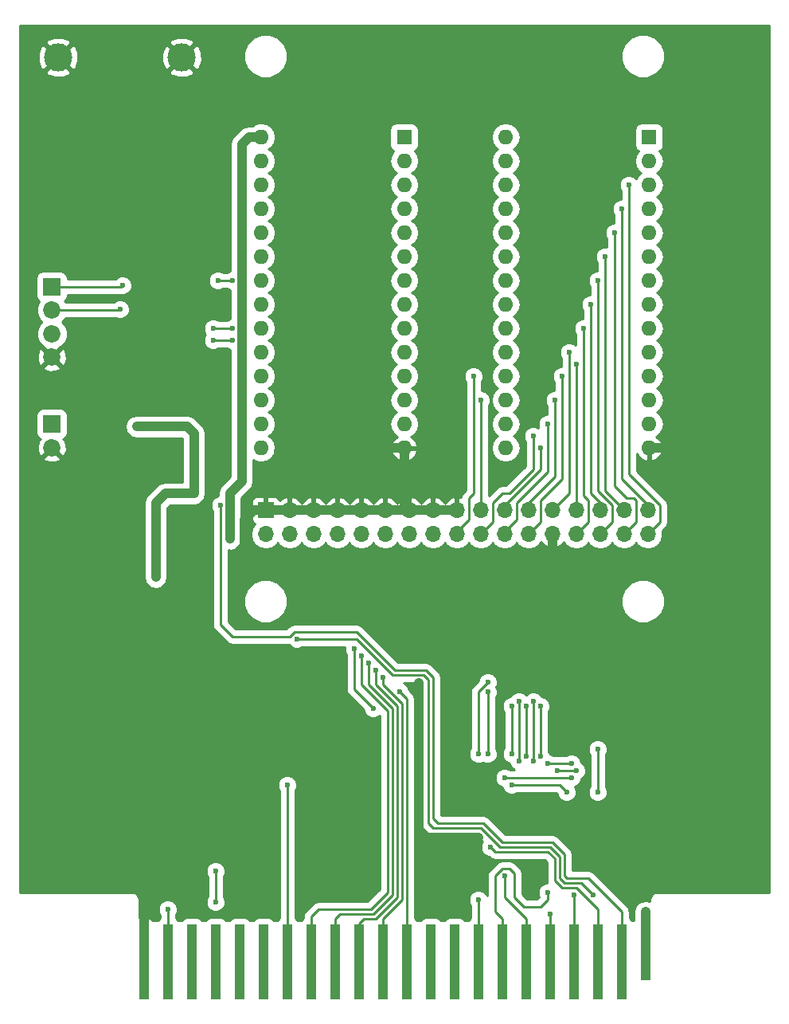
<source format=gbr>
G04 #@! TF.FileFunction,Copper,L2,Bot,Signal*
%FSLAX46Y46*%
G04 Gerber Fmt 4.6, Leading zero omitted, Abs format (unit mm)*
G04 Created by KiCad (PCBNEW 4.0.7) date 05/19/18 23:16:30*
%MOMM*%
%LPD*%
G01*
G04 APERTURE LIST*
%ADD10C,0.100000*%
%ADD11C,3.000000*%
%ADD12R,1.850000X1.850000*%
%ADD13C,1.850000*%
%ADD14R,1.700000X1.700000*%
%ADD15O,1.700000X1.700000*%
%ADD16R,1.600000X1.600000*%
%ADD17O,1.600000X1.600000*%
%ADD18R,1.000000X6.000000*%
%ADD19R,1.000000X8.000000*%
%ADD20C,0.800000*%
%ADD21C,0.600000*%
%ADD22C,1.000000*%
%ADD23C,0.250000*%
%ADD24C,0.254000*%
G04 APERTURE END LIST*
D10*
D11*
X102904000Y-49930000D03*
X116044000Y-49930000D03*
D12*
X102235000Y-88900000D03*
D13*
X102235000Y-91400000D03*
D14*
X124968000Y-98044000D03*
D15*
X124968000Y-100584000D03*
X127508000Y-98044000D03*
X127508000Y-100584000D03*
X130048000Y-98044000D03*
X130048000Y-100584000D03*
X132588000Y-98044000D03*
X132588000Y-100584000D03*
X135128000Y-98044000D03*
X135128000Y-100584000D03*
X137668000Y-98044000D03*
X137668000Y-100584000D03*
X140208000Y-98044000D03*
X140208000Y-100584000D03*
X142748000Y-98044000D03*
X142748000Y-100584000D03*
X145288000Y-98044000D03*
X145288000Y-100584000D03*
X147828000Y-98044000D03*
X147828000Y-100584000D03*
X150368000Y-98044000D03*
X150368000Y-100584000D03*
X152908000Y-98044000D03*
X152908000Y-100584000D03*
X155448000Y-98044000D03*
X155448000Y-100584000D03*
X157988000Y-98044000D03*
X157988000Y-100584000D03*
X160528000Y-98044000D03*
X160528000Y-100584000D03*
X163068000Y-98044000D03*
X163068000Y-100584000D03*
X165608000Y-98044000D03*
X165608000Y-100584000D03*
D12*
X102235000Y-74295000D03*
D13*
X102235000Y-76795000D03*
X102235000Y-79295000D03*
X102235000Y-81795000D03*
D16*
X139700000Y-58420000D03*
D17*
X124460000Y-91440000D03*
X139700000Y-60960000D03*
X124460000Y-88900000D03*
X139700000Y-63500000D03*
X124460000Y-86360000D03*
X139700000Y-66040000D03*
X124460000Y-83820000D03*
X139700000Y-68580000D03*
X124460000Y-81280000D03*
X139700000Y-71120000D03*
X124460000Y-78740000D03*
X139700000Y-73660000D03*
X124460000Y-76200000D03*
X139700000Y-76200000D03*
X124460000Y-73660000D03*
X139700000Y-78740000D03*
X124460000Y-71120000D03*
X139700000Y-81280000D03*
X124460000Y-68580000D03*
X139700000Y-83820000D03*
X124460000Y-66040000D03*
X139700000Y-86360000D03*
X124460000Y-63500000D03*
X139700000Y-88900000D03*
X124460000Y-60960000D03*
X139700000Y-91440000D03*
X124460000Y-58420000D03*
D16*
X165735000Y-58420000D03*
D17*
X150495000Y-91440000D03*
X165735000Y-60960000D03*
X150495000Y-88900000D03*
X165735000Y-63500000D03*
X150495000Y-86360000D03*
X165735000Y-66040000D03*
X150495000Y-83820000D03*
X165735000Y-68580000D03*
X150495000Y-81280000D03*
X165735000Y-71120000D03*
X150495000Y-78740000D03*
X165735000Y-73660000D03*
X150495000Y-76200000D03*
X165735000Y-76200000D03*
X150495000Y-73660000D03*
X165735000Y-78740000D03*
X150495000Y-71120000D03*
X165735000Y-81280000D03*
X150495000Y-68580000D03*
X165735000Y-83820000D03*
X150495000Y-66040000D03*
X165735000Y-86360000D03*
X150495000Y-63500000D03*
X165735000Y-88900000D03*
X150495000Y-60960000D03*
X165735000Y-91440000D03*
X150495000Y-58420000D03*
D18*
X165354000Y-145050000D03*
D19*
X162814000Y-146050000D03*
X160274000Y-146050000D03*
X157734000Y-146050000D03*
X155194000Y-146050000D03*
X152654000Y-146050000D03*
X150114000Y-146050000D03*
X147574000Y-146050000D03*
X145034000Y-146050000D03*
X142494000Y-146050000D03*
X139954000Y-146050000D03*
X137414000Y-146050000D03*
X134874000Y-146050000D03*
X132334000Y-146050000D03*
X129794000Y-146050000D03*
X127254000Y-146050000D03*
X124714000Y-146050000D03*
X122174000Y-146050000D03*
X119634000Y-146050000D03*
X117094000Y-146050000D03*
X114554000Y-146050000D03*
X112014000Y-146050000D03*
D20*
X111252000Y-89154000D03*
X165354000Y-140716000D03*
X113284000Y-105156000D03*
X117348000Y-96266000D03*
X121158000Y-101092000D03*
X159004000Y-131572000D03*
X165862000Y-56134000D03*
X141224000Y-103378000D03*
X141224000Y-116395002D03*
X136652000Y-132588000D03*
X141224000Y-132842000D03*
X147574000Y-132842000D03*
X147828000Y-129286000D03*
X111252000Y-110490000D03*
X135128000Y-56134000D03*
X122682000Y-99822000D03*
X112014000Y-140462000D03*
X111252000Y-96012000D03*
X115316000Y-91186000D03*
X111252000Y-91186000D03*
X111252000Y-105156000D03*
D21*
X109474000Y-76708000D03*
X109728000Y-74168000D03*
X139192000Y-117348000D03*
X147066000Y-83820000D03*
X119634000Y-136398000D03*
X119634000Y-139700000D03*
X147828000Y-86360000D03*
X153416000Y-90170000D03*
X156972000Y-128016000D03*
X154178000Y-91440000D03*
X151130000Y-127254000D03*
X151130000Y-123952000D03*
X151130000Y-118872000D03*
X154940000Y-88900000D03*
X151892000Y-118364000D03*
X151892000Y-124714000D03*
X155702000Y-86360000D03*
X152654000Y-124206000D03*
X152654000Y-118872000D03*
X156464000Y-83820000D03*
X153416000Y-124714000D03*
X153416000Y-118364000D03*
X157226000Y-81280000D03*
X154178000Y-124206000D03*
X154178000Y-118872000D03*
X157988000Y-82550000D03*
X158750000Y-78740000D03*
X159512000Y-76200000D03*
X160274000Y-73660000D03*
X161036000Y-71120000D03*
X162052000Y-68580000D03*
X162814000Y-66040000D03*
X163576000Y-63500000D03*
X119888000Y-73660000D03*
X121412000Y-73660000D03*
X119380000Y-80010000D03*
X121412000Y-80010000D03*
X119380000Y-78740000D03*
X121412000Y-78740000D03*
X154940000Y-138684000D03*
X160274000Y-128016000D03*
X160274000Y-123444000D03*
X157480000Y-124968000D03*
X154940000Y-124968000D03*
X157988000Y-125730000D03*
X155956000Y-125730000D03*
X155194000Y-140970000D03*
X157480000Y-126492000D03*
X150368000Y-126492000D03*
X150368000Y-136906000D03*
X148590000Y-123952000D03*
X147574000Y-139446000D03*
X148590000Y-117348000D03*
X137414000Y-115824000D03*
X136652000Y-115062000D03*
X135890000Y-114300000D03*
X135128000Y-113538000D03*
X147574000Y-123952000D03*
X148590000Y-116332000D03*
X148844000Y-133858000D03*
X134366000Y-112776000D03*
X136398000Y-119126000D03*
X114554000Y-140462000D03*
X120142000Y-97536000D03*
X159766000Y-138938000D03*
X128270000Y-111760000D03*
X157734000Y-138938000D03*
X127254000Y-127254000D03*
D22*
X117348000Y-89916000D02*
X117348000Y-96266000D01*
X116586000Y-89154000D02*
X117348000Y-89916000D01*
X111252000Y-89154000D02*
X116586000Y-89154000D01*
X165354000Y-145050000D02*
X165354000Y-140716000D01*
X113284000Y-97282000D02*
X113284000Y-105156000D01*
X114300000Y-96266000D02*
X113284000Y-97282000D01*
X117348000Y-96266000D02*
X114300000Y-96266000D01*
X121158000Y-96266000D02*
X121158000Y-101092000D01*
X124460000Y-58420000D02*
X123190000Y-58420000D01*
X122428000Y-94996000D02*
X121158000Y-96266000D01*
X122428000Y-59182000D02*
X122428000Y-94996000D01*
X123190000Y-58420000D02*
X122428000Y-59182000D01*
X141224000Y-132842000D02*
X141224000Y-116395002D01*
X163068000Y-131572000D02*
X173990000Y-131572000D01*
X129032000Y-124968000D02*
X136652000Y-132588000D01*
X141224000Y-132842000D02*
X147574000Y-132842000D01*
X147828000Y-129286000D02*
X150114000Y-131572000D01*
X150114000Y-131572000D02*
X159004000Y-131572000D01*
X159004000Y-131572000D02*
X163068000Y-131572000D01*
X112014000Y-124968000D02*
X129032000Y-124968000D01*
X176276000Y-56134000D02*
X167386000Y-56134000D01*
X177292000Y-57150000D02*
X176276000Y-56134000D01*
X177292000Y-128270000D02*
X177292000Y-57150000D01*
X173990000Y-131572000D02*
X177292000Y-128270000D01*
X112014000Y-111252000D02*
X112014000Y-124968000D01*
X112014000Y-124968000D02*
X112014000Y-146050000D01*
X111252000Y-110490000D02*
X112014000Y-111252000D01*
X165735000Y-91440000D02*
X167386000Y-91440000D01*
X167386000Y-91440000D02*
X167894000Y-90932000D01*
X167894000Y-90932000D02*
X167894000Y-56642000D01*
X167894000Y-56642000D02*
X167386000Y-56134000D01*
X167386000Y-56134000D02*
X165862000Y-56134000D01*
X139700000Y-91440000D02*
X135636000Y-91440000D01*
X135128000Y-90932000D02*
X135128000Y-56134000D01*
X135636000Y-91440000D02*
X135128000Y-90932000D01*
X112014000Y-146050000D02*
X112014000Y-140462000D01*
X122682000Y-102108000D02*
X123952000Y-103378000D01*
X141224000Y-103378000D02*
X124206000Y-103378000D01*
X122682000Y-102108000D02*
X122682000Y-99822000D01*
X123952000Y-103378000D02*
X124206000Y-103378000D01*
X111252000Y-91186000D02*
X115316000Y-91186000D01*
X111252000Y-105156000D02*
X111252000Y-96012000D01*
X111252000Y-96012000D02*
X111252000Y-91186000D01*
X122682000Y-99822000D02*
X122682000Y-99060000D01*
X122682000Y-99060000D02*
X123698000Y-98044000D01*
X123698000Y-98044000D02*
X124968000Y-98044000D01*
X155448000Y-100584000D02*
X155448000Y-102870000D01*
X155448000Y-102870000D02*
X154940000Y-103378000D01*
X154940000Y-103378000D02*
X141224000Y-103378000D01*
X139700000Y-91440000D02*
X139700000Y-97536000D01*
X139700000Y-97536000D02*
X140208000Y-98044000D01*
X145288000Y-98044000D02*
X142748000Y-98044000D01*
X142748000Y-98044000D02*
X140208000Y-98044000D01*
X140208000Y-98044000D02*
X137668000Y-98044000D01*
X137668000Y-98044000D02*
X135128000Y-98044000D01*
X135128000Y-98044000D02*
X132588000Y-98044000D01*
X132588000Y-98044000D02*
X130048000Y-98044000D01*
X130048000Y-98044000D02*
X127508000Y-98044000D01*
X127508000Y-98044000D02*
X124968000Y-98044000D01*
D23*
X109387000Y-76795000D02*
X102235000Y-76795000D01*
X109474000Y-76708000D02*
X109387000Y-76795000D01*
X109728000Y-74168000D02*
X109601000Y-74295000D01*
X109601000Y-74295000D02*
X102235000Y-74295000D01*
X139192000Y-117348000D02*
X139954000Y-118110000D01*
X139954000Y-118110000D02*
X139954000Y-146050000D01*
X145288000Y-100584000D02*
X145288000Y-100330000D01*
X145288000Y-100330000D02*
X146558000Y-99060000D01*
X147066000Y-96266000D02*
X147066000Y-83820000D01*
X146558000Y-96774000D02*
X147066000Y-96266000D01*
X146558000Y-99060000D02*
X146558000Y-96774000D01*
X119634000Y-136398000D02*
X119634000Y-139700000D01*
X147828000Y-98044000D02*
X147828000Y-86360000D01*
X147828000Y-100584000D02*
X149098000Y-99314000D01*
X153416000Y-93726000D02*
X153416000Y-90170000D01*
X150876000Y-96266000D02*
X153416000Y-93726000D01*
X150114000Y-96266000D02*
X150876000Y-96266000D01*
X149098000Y-97282000D02*
X150114000Y-96266000D01*
X149098000Y-99314000D02*
X149098000Y-97282000D01*
X156972000Y-128016000D02*
X156210000Y-127254000D01*
X156210000Y-127254000D02*
X151130000Y-127254000D01*
X150368000Y-98044000D02*
X150368000Y-97536000D01*
X150368000Y-97536000D02*
X154178000Y-93726000D01*
X154178000Y-93726000D02*
X154178000Y-91440000D01*
X151130000Y-118872000D02*
X151130000Y-123952000D01*
X150368000Y-100584000D02*
X150368000Y-100330000D01*
X150368000Y-100330000D02*
X151638000Y-99060000D01*
X154940000Y-93980000D02*
X154940000Y-88900000D01*
X151638000Y-97282000D02*
X154940000Y-93980000D01*
X151638000Y-99060000D02*
X151638000Y-97282000D01*
X151892000Y-118364000D02*
X151892000Y-124714000D01*
X152908000Y-98044000D02*
X152908000Y-97282000D01*
X152908000Y-97282000D02*
X155702000Y-94488000D01*
X155702000Y-94488000D02*
X155702000Y-86360000D01*
X152654000Y-118872000D02*
X152654000Y-124206000D01*
X152908000Y-100584000D02*
X154178000Y-99314000D01*
X156464000Y-94742000D02*
X156464000Y-83820000D01*
X154178000Y-97028000D02*
X156464000Y-94742000D01*
X154178000Y-99314000D02*
X154178000Y-97028000D01*
X153416000Y-118364000D02*
X153416000Y-124714000D01*
X155448000Y-98044000D02*
X157226000Y-96266000D01*
X157226000Y-96266000D02*
X157226000Y-81280000D01*
X154178000Y-118872000D02*
X154178000Y-124206000D01*
X157988000Y-98044000D02*
X157988000Y-82550000D01*
X158750000Y-80010000D02*
X158750000Y-78740000D01*
X159258000Y-97028000D02*
X158750000Y-96520000D01*
X158750000Y-96520000D02*
X158750000Y-80010000D01*
X157988000Y-100584000D02*
X159258000Y-99314000D01*
X159258000Y-99314000D02*
X159258000Y-97028000D01*
X159512000Y-77470000D02*
X159512000Y-76200000D01*
X160528000Y-98044000D02*
X160528000Y-97282000D01*
X160528000Y-97282000D02*
X159512000Y-96266000D01*
X159512000Y-96266000D02*
X159512000Y-77470000D01*
X160274000Y-74930000D02*
X160274000Y-73660000D01*
X161290000Y-97028000D02*
X161798000Y-97536000D01*
X160274000Y-96012000D02*
X160274000Y-74930000D01*
X161290000Y-97028000D02*
X160274000Y-96012000D01*
X160528000Y-100584000D02*
X161798000Y-99314000D01*
X161798000Y-99314000D02*
X161798000Y-97536000D01*
X161036000Y-72390000D02*
X161036000Y-71120000D01*
X163068000Y-98044000D02*
X161036000Y-96012000D01*
X161036000Y-96012000D02*
X161036000Y-72390000D01*
X163068000Y-98044000D02*
X162560000Y-97536000D01*
X162052000Y-69850000D02*
X162052000Y-68580000D01*
X162306000Y-95758000D02*
X163322000Y-96774000D01*
X163322000Y-96774000D02*
X164084000Y-96774000D01*
X163068000Y-100584000D02*
X164338000Y-99314000D01*
X164338000Y-99314000D02*
X164338000Y-97028000D01*
X164338000Y-97028000D02*
X164084000Y-96774000D01*
X162052000Y-95504000D02*
X162052000Y-69850000D01*
X162306000Y-95758000D02*
X162052000Y-95504000D01*
X162814000Y-67310000D02*
X162814000Y-66040000D01*
X165608000Y-98044000D02*
X165608000Y-97536000D01*
X165608000Y-97536000D02*
X162814000Y-94742000D01*
X162814000Y-94742000D02*
X162814000Y-67310000D01*
X163576000Y-64770000D02*
X163576000Y-63500000D01*
X165608000Y-100584000D02*
X166878000Y-99314000D01*
X163576000Y-94234000D02*
X163576000Y-64770000D01*
X166878000Y-97536000D02*
X163576000Y-94234000D01*
X166878000Y-99314000D02*
X166878000Y-97536000D01*
X119888000Y-73660000D02*
X121412000Y-73660000D01*
X121412000Y-80010000D02*
X119380000Y-80010000D01*
X119380000Y-78740000D02*
X121412000Y-78740000D01*
X150876000Y-136144000D02*
X151384000Y-136652000D01*
X154940000Y-139446000D02*
X154940000Y-138684000D01*
X154178000Y-140208000D02*
X154940000Y-139446000D01*
X152400000Y-140208000D02*
X154178000Y-140208000D01*
X151384000Y-139192000D02*
X152400000Y-140208000D01*
X151384000Y-136652000D02*
X151384000Y-139192000D01*
X149352000Y-137160000D02*
X149352000Y-136906000D01*
X150114000Y-136144000D02*
X150876000Y-136144000D01*
X149352000Y-136906000D02*
X150114000Y-136144000D01*
X149352000Y-137160000D02*
X149352000Y-140716000D01*
X149352000Y-140716000D02*
X150114000Y-141478000D01*
X150114000Y-141478000D02*
X150114000Y-146050000D01*
X160274000Y-123444000D02*
X160274000Y-128016000D01*
X157480000Y-124968000D02*
X154940000Y-124968000D01*
X157988000Y-125730000D02*
X155956000Y-125730000D01*
X155194000Y-141986000D02*
X155194000Y-146050000D01*
X155194000Y-140970000D02*
X155194000Y-141986000D01*
X150368000Y-136906000D02*
X150368000Y-139192000D01*
X150368000Y-139192000D02*
X152654000Y-141478000D01*
X157480000Y-126492000D02*
X150368000Y-126492000D01*
X152654000Y-141478000D02*
X152654000Y-146050000D01*
X148590000Y-117348000D02*
X148590000Y-123952000D01*
X147574000Y-139446000D02*
X147574000Y-146050000D01*
X137414000Y-146050000D02*
X137414000Y-141478000D01*
X139446000Y-118618000D02*
X137414000Y-116586000D01*
X139446000Y-139446000D02*
X139446000Y-118618000D01*
X137414000Y-141478000D02*
X139446000Y-139446000D01*
X137414000Y-115824000D02*
X137414000Y-116586000D01*
X138938000Y-137414000D02*
X138938000Y-139192000D01*
X135382000Y-141478000D02*
X134874000Y-141986000D01*
X136652000Y-141478000D02*
X135382000Y-141478000D01*
X138938000Y-139192000D02*
X136652000Y-141478000D01*
X134874000Y-146050000D02*
X134874000Y-141986000D01*
X134874000Y-146050000D02*
X134874000Y-143002000D01*
X138938000Y-137414000D02*
X138938000Y-118872000D01*
X138938000Y-118872000D02*
X136652000Y-116586000D01*
X136652000Y-116586000D02*
X136652000Y-115062000D01*
X138430000Y-135128000D02*
X138430000Y-138938000D01*
X132842000Y-140970000D02*
X132334000Y-141478000D01*
X136398000Y-140970000D02*
X132842000Y-140970000D01*
X138430000Y-138938000D02*
X136398000Y-140970000D01*
X132334000Y-146050000D02*
X132334000Y-141478000D01*
X135890000Y-116586000D02*
X135890000Y-114300000D01*
X138430000Y-119126000D02*
X135890000Y-116586000D01*
X138430000Y-135128000D02*
X138430000Y-119126000D01*
X137922000Y-133096000D02*
X137922000Y-138684000D01*
X130556000Y-140462000D02*
X130048000Y-140970000D01*
X136144000Y-140462000D02*
X130556000Y-140462000D01*
X137922000Y-138684000D02*
X136144000Y-140462000D01*
X129794000Y-146050000D02*
X129794000Y-141224000D01*
X129794000Y-141224000D02*
X130048000Y-140970000D01*
X135128000Y-116586000D02*
X135128000Y-113538000D01*
X137922000Y-119380000D02*
X135128000Y-116586000D01*
X137922000Y-133096000D02*
X137922000Y-119380000D01*
X130048000Y-145796000D02*
X129794000Y-146050000D01*
X155702000Y-135636000D02*
X155702000Y-135070002D01*
X155702000Y-135070002D02*
X154997998Y-134366000D01*
X154997998Y-134366000D02*
X149352000Y-134366000D01*
X147574000Y-117348000D02*
X148590000Y-116332000D01*
X147574000Y-123952000D02*
X147574000Y-117348000D01*
X149352000Y-134366000D02*
X148844000Y-133858000D01*
X157988000Y-138176000D02*
X160274000Y-140462000D01*
X160274000Y-141732000D02*
X160274000Y-140462000D01*
X160274000Y-146050000D02*
X160274000Y-141732000D01*
X156464000Y-138176000D02*
X155702000Y-137414000D01*
X157988000Y-138176000D02*
X156464000Y-138176000D01*
X155702000Y-135636000D02*
X155702000Y-137414000D01*
X114554000Y-146050000D02*
X114554000Y-140462000D01*
X134366000Y-117094000D02*
X134366000Y-112776000D01*
X136398000Y-119126000D02*
X134366000Y-117094000D01*
X148082000Y-131318000D02*
X143256000Y-131318000D01*
X142748000Y-115824000D02*
X141986000Y-115062000D01*
X142748000Y-130810000D02*
X142748000Y-115824000D01*
X143256000Y-131318000D02*
X142748000Y-130810000D01*
X159258000Y-137160000D02*
X156972000Y-137160000D01*
X156718000Y-136906000D02*
X156718000Y-134620000D01*
X156972000Y-137160000D02*
X156718000Y-136906000D01*
X150114000Y-133350000D02*
X148082000Y-131318000D01*
X155448000Y-133350000D02*
X150114000Y-133350000D01*
X156718000Y-134620000D02*
X155448000Y-133350000D01*
X159258000Y-137160000D02*
X162814000Y-140716000D01*
X138938000Y-115062000D02*
X138684000Y-115062000D01*
X138938000Y-115062000D02*
X141986000Y-115062000D01*
X120142000Y-97536000D02*
X120142000Y-110236000D01*
X120142000Y-110236000D02*
X121412000Y-111506000D01*
X121412000Y-111506000D02*
X127508000Y-111506000D01*
X127508000Y-111506000D02*
X128016000Y-110998000D01*
X128016000Y-110998000D02*
X134620000Y-110998000D01*
X138684000Y-115062000D02*
X134620000Y-110998000D01*
X162814000Y-140716000D02*
X162814000Y-146050000D01*
X147828000Y-131826000D02*
X142748000Y-131826000D01*
X142240000Y-116078000D02*
X141732000Y-115570000D01*
X142240000Y-131318000D02*
X142240000Y-116078000D01*
X142748000Y-131826000D02*
X142240000Y-131318000D01*
X158750000Y-137922000D02*
X158496000Y-137668000D01*
X149860000Y-133858000D02*
X147828000Y-131826000D01*
X155194000Y-133858000D02*
X149860000Y-133858000D01*
X156210000Y-134874000D02*
X155194000Y-133858000D01*
X156210000Y-137160000D02*
X156210000Y-134874000D01*
X156718000Y-137668000D02*
X156210000Y-137160000D01*
X158496000Y-137668000D02*
X156718000Y-137668000D01*
X158750000Y-137922000D02*
X159766000Y-138938000D01*
X128270000Y-111760000D02*
X134620000Y-111760000D01*
X138430000Y-115570000D02*
X141732000Y-115570000D01*
X134620000Y-111760000D02*
X138430000Y-115570000D01*
X157734000Y-138938000D02*
X157734000Y-146050000D01*
X127254000Y-127254000D02*
X127254000Y-146050000D01*
D24*
G36*
X178522000Y-138644000D02*
X166624000Y-138644000D01*
X166317088Y-138705049D01*
X166056900Y-138878900D01*
X165883049Y-139139088D01*
X165822000Y-139446000D01*
X165822000Y-139582091D01*
X165354000Y-139489000D01*
X164884447Y-139582400D01*
X164486380Y-139848380D01*
X164220400Y-140246447D01*
X164127000Y-140716000D01*
X164127000Y-141605000D01*
X163891560Y-141605000D01*
X163845328Y-141533154D01*
X163666000Y-141410624D01*
X163666000Y-140716000D01*
X163637189Y-140571156D01*
X163601145Y-140389953D01*
X163416455Y-140113545D01*
X159860455Y-136557545D01*
X159584046Y-136372855D01*
X159258000Y-136308000D01*
X157570000Y-136308000D01*
X157570000Y-134620000D01*
X157505145Y-134293954D01*
X157320455Y-134017545D01*
X156050455Y-132747545D01*
X155774046Y-132562855D01*
X155448000Y-132498000D01*
X150466910Y-132498000D01*
X148684455Y-130715545D01*
X148408046Y-130530855D01*
X148082000Y-130466000D01*
X143608910Y-130466000D01*
X143600000Y-130457090D01*
X143600000Y-126695387D01*
X149340822Y-126695387D01*
X149496844Y-127072989D01*
X149785492Y-127362140D01*
X150121037Y-127501471D01*
X150258844Y-127834989D01*
X150547492Y-128124140D01*
X150924821Y-128280821D01*
X151333387Y-128281178D01*
X151710989Y-128125156D01*
X151730178Y-128106000D01*
X155857090Y-128106000D01*
X155944844Y-128193754D01*
X155944822Y-128219387D01*
X156100844Y-128596989D01*
X156389492Y-128886140D01*
X156766821Y-129042821D01*
X157175387Y-129043178D01*
X157552989Y-128887156D01*
X157842140Y-128598508D01*
X157998821Y-128221179D01*
X157999178Y-127812613D01*
X157849562Y-127450516D01*
X158060989Y-127363156D01*
X158350140Y-127074508D01*
X158506821Y-126697179D01*
X158506882Y-126626818D01*
X158568989Y-126601156D01*
X158858140Y-126312508D01*
X159014821Y-125935179D01*
X159015178Y-125526613D01*
X158859156Y-125149011D01*
X158570508Y-124859860D01*
X158507118Y-124833538D01*
X158507178Y-124764613D01*
X158351156Y-124387011D01*
X158062508Y-124097860D01*
X157685179Y-123941179D01*
X157276613Y-123940822D01*
X156899011Y-124096844D01*
X156879822Y-124116000D01*
X155540616Y-124116000D01*
X155522508Y-124097860D01*
X155186963Y-123958529D01*
X155058402Y-123647387D01*
X159246822Y-123647387D01*
X159402844Y-124024989D01*
X159422000Y-124044178D01*
X159422000Y-127415384D01*
X159403860Y-127433492D01*
X159247179Y-127810821D01*
X159246822Y-128219387D01*
X159402844Y-128596989D01*
X159691492Y-128886140D01*
X160068821Y-129042821D01*
X160477387Y-129043178D01*
X160854989Y-128887156D01*
X161144140Y-128598508D01*
X161300821Y-128221179D01*
X161301178Y-127812613D01*
X161145156Y-127435011D01*
X161126000Y-127415822D01*
X161126000Y-124044616D01*
X161144140Y-124026508D01*
X161300821Y-123649179D01*
X161301178Y-123240613D01*
X161145156Y-122863011D01*
X160856508Y-122573860D01*
X160479179Y-122417179D01*
X160070613Y-122416822D01*
X159693011Y-122572844D01*
X159403860Y-122861492D01*
X159247179Y-123238821D01*
X159246822Y-123647387D01*
X155058402Y-123647387D01*
X155049156Y-123625011D01*
X155030000Y-123605822D01*
X155030000Y-119472616D01*
X155048140Y-119454508D01*
X155204821Y-119077179D01*
X155205178Y-118668613D01*
X155049156Y-118291011D01*
X154760508Y-118001860D01*
X154383179Y-117845179D01*
X154312818Y-117845118D01*
X154287156Y-117783011D01*
X153998508Y-117493860D01*
X153621179Y-117337179D01*
X153212613Y-117336822D01*
X152835011Y-117492844D01*
X152653938Y-117673602D01*
X152474508Y-117493860D01*
X152097179Y-117337179D01*
X151688613Y-117336822D01*
X151311011Y-117492844D01*
X151021860Y-117781492D01*
X150995538Y-117844882D01*
X150926613Y-117844822D01*
X150549011Y-118000844D01*
X150259860Y-118289492D01*
X150103179Y-118666821D01*
X150102822Y-119075387D01*
X150258844Y-119452989D01*
X150278000Y-119472178D01*
X150278000Y-123351384D01*
X150259860Y-123369492D01*
X150103179Y-123746821D01*
X150102822Y-124155387D01*
X150258844Y-124532989D01*
X150547492Y-124822140D01*
X150883037Y-124961471D01*
X151020844Y-125294989D01*
X151309492Y-125584140D01*
X151444018Y-125640000D01*
X150968616Y-125640000D01*
X150950508Y-125621860D01*
X150573179Y-125465179D01*
X150164613Y-125464822D01*
X149787011Y-125620844D01*
X149497860Y-125909492D01*
X149341179Y-126286821D01*
X149340822Y-126695387D01*
X143600000Y-126695387D01*
X143600000Y-124155387D01*
X146546822Y-124155387D01*
X146702844Y-124532989D01*
X146991492Y-124822140D01*
X147368821Y-124978821D01*
X147777387Y-124979178D01*
X148082285Y-124853197D01*
X148384821Y-124978821D01*
X148793387Y-124979178D01*
X149170989Y-124823156D01*
X149460140Y-124534508D01*
X149616821Y-124157179D01*
X149617178Y-123748613D01*
X149461156Y-123371011D01*
X149442000Y-123351822D01*
X149442000Y-117948616D01*
X149460140Y-117930508D01*
X149616821Y-117553179D01*
X149617178Y-117144613D01*
X149491197Y-116839715D01*
X149616821Y-116537179D01*
X149617178Y-116128613D01*
X149461156Y-115751011D01*
X149172508Y-115461860D01*
X148795179Y-115305179D01*
X148386613Y-115304822D01*
X148009011Y-115460844D01*
X147719860Y-115749492D01*
X147563179Y-116126821D01*
X147563155Y-116153935D01*
X146971545Y-116745545D01*
X146786855Y-117021954D01*
X146722000Y-117348000D01*
X146722000Y-123351384D01*
X146703860Y-123369492D01*
X146547179Y-123746821D01*
X146546822Y-124155387D01*
X143600000Y-124155387D01*
X143600000Y-115824000D01*
X143535145Y-115497954D01*
X143350455Y-115221545D01*
X142588455Y-114459545D01*
X142312046Y-114274855D01*
X141986000Y-114210000D01*
X139036910Y-114210000D01*
X135222455Y-110395545D01*
X134946046Y-110210855D01*
X134620000Y-110146000D01*
X128016000Y-110146000D01*
X127689953Y-110210855D01*
X127413545Y-110395545D01*
X127155090Y-110654000D01*
X121764910Y-110654000D01*
X120994000Y-109883090D01*
X120994000Y-108156838D01*
X122640597Y-108156838D01*
X122994115Y-109012418D01*
X123648139Y-109667585D01*
X124503100Y-110022596D01*
X125428838Y-110023403D01*
X126284418Y-109669885D01*
X126939585Y-109015861D01*
X127294596Y-108160900D01*
X127294599Y-108156838D01*
X162772597Y-108156838D01*
X163126115Y-109012418D01*
X163780139Y-109667585D01*
X164635100Y-110022596D01*
X165560838Y-110023403D01*
X166416418Y-109669885D01*
X167071585Y-109015861D01*
X167426596Y-108160900D01*
X167427403Y-107235162D01*
X167073885Y-106379582D01*
X166419861Y-105724415D01*
X165564900Y-105369404D01*
X164639162Y-105368597D01*
X163783582Y-105722115D01*
X163128415Y-106376139D01*
X162773404Y-107231100D01*
X162772597Y-108156838D01*
X127294599Y-108156838D01*
X127295403Y-107235162D01*
X126941885Y-106379582D01*
X126287861Y-105724415D01*
X125432900Y-105369404D01*
X124507162Y-105368597D01*
X123651582Y-105722115D01*
X122996415Y-106376139D01*
X122641404Y-107231100D01*
X122640597Y-108156838D01*
X120994000Y-108156838D01*
X120994000Y-102286378D01*
X121158000Y-102319000D01*
X121627553Y-102225600D01*
X122025620Y-101959620D01*
X122291600Y-101561553D01*
X122385000Y-101092000D01*
X122385000Y-100553105D01*
X123391000Y-100553105D01*
X123391000Y-100614895D01*
X123511042Y-101218387D01*
X123852893Y-101730002D01*
X124364508Y-102071853D01*
X124968000Y-102191895D01*
X125571492Y-102071853D01*
X126083107Y-101730002D01*
X126238000Y-101498189D01*
X126392893Y-101730002D01*
X126904508Y-102071853D01*
X127508000Y-102191895D01*
X128111492Y-102071853D01*
X128623107Y-101730002D01*
X128778000Y-101498189D01*
X128932893Y-101730002D01*
X129444508Y-102071853D01*
X130048000Y-102191895D01*
X130651492Y-102071853D01*
X131163107Y-101730002D01*
X131318000Y-101498189D01*
X131472893Y-101730002D01*
X131984508Y-102071853D01*
X132588000Y-102191895D01*
X133191492Y-102071853D01*
X133703107Y-101730002D01*
X133858000Y-101498189D01*
X134012893Y-101730002D01*
X134524508Y-102071853D01*
X135128000Y-102191895D01*
X135731492Y-102071853D01*
X136243107Y-101730002D01*
X136398000Y-101498189D01*
X136552893Y-101730002D01*
X137064508Y-102071853D01*
X137668000Y-102191895D01*
X138271492Y-102071853D01*
X138783107Y-101730002D01*
X138938000Y-101498189D01*
X139092893Y-101730002D01*
X139604508Y-102071853D01*
X140208000Y-102191895D01*
X140811492Y-102071853D01*
X141323107Y-101730002D01*
X141478000Y-101498189D01*
X141632893Y-101730002D01*
X142144508Y-102071853D01*
X142748000Y-102191895D01*
X143351492Y-102071853D01*
X143863107Y-101730002D01*
X144018000Y-101498189D01*
X144172893Y-101730002D01*
X144684508Y-102071853D01*
X145288000Y-102191895D01*
X145891492Y-102071853D01*
X146403107Y-101730002D01*
X146558000Y-101498189D01*
X146712893Y-101730002D01*
X147224508Y-102071853D01*
X147828000Y-102191895D01*
X148431492Y-102071853D01*
X148943107Y-101730002D01*
X149098000Y-101498189D01*
X149252893Y-101730002D01*
X149764508Y-102071853D01*
X150368000Y-102191895D01*
X150971492Y-102071853D01*
X151483107Y-101730002D01*
X151638000Y-101498189D01*
X151792893Y-101730002D01*
X152304508Y-102071853D01*
X152908000Y-102191895D01*
X153511492Y-102071853D01*
X154023107Y-101730002D01*
X154230991Y-101418882D01*
X154252817Y-101465358D01*
X154681076Y-101855645D01*
X155091110Y-102025476D01*
X155321000Y-101904155D01*
X155321000Y-100711000D01*
X155301000Y-100711000D01*
X155301000Y-100457000D01*
X155321000Y-100457000D01*
X155321000Y-100437000D01*
X155575000Y-100437000D01*
X155575000Y-100457000D01*
X155595000Y-100457000D01*
X155595000Y-100711000D01*
X155575000Y-100711000D01*
X155575000Y-101904155D01*
X155804890Y-102025476D01*
X156214924Y-101855645D01*
X156643183Y-101465358D01*
X156665009Y-101418882D01*
X156872893Y-101730002D01*
X157384508Y-102071853D01*
X157988000Y-102191895D01*
X158591492Y-102071853D01*
X159103107Y-101730002D01*
X159258000Y-101498189D01*
X159412893Y-101730002D01*
X159924508Y-102071853D01*
X160528000Y-102191895D01*
X161131492Y-102071853D01*
X161643107Y-101730002D01*
X161798000Y-101498189D01*
X161952893Y-101730002D01*
X162464508Y-102071853D01*
X163068000Y-102191895D01*
X163671492Y-102071853D01*
X164183107Y-101730002D01*
X164338000Y-101498189D01*
X164492893Y-101730002D01*
X165004508Y-102071853D01*
X165608000Y-102191895D01*
X166211492Y-102071853D01*
X166723107Y-101730002D01*
X167064958Y-101218387D01*
X167185000Y-100614895D01*
X167185000Y-100553105D01*
X167128392Y-100268518D01*
X167480455Y-99916455D01*
X167665145Y-99640046D01*
X167730000Y-99314000D01*
X167730000Y-97536000D01*
X167665145Y-97209954D01*
X167480455Y-96933545D01*
X164428000Y-93881090D01*
X164428000Y-91994029D01*
X164503959Y-92177423D01*
X164879866Y-92592389D01*
X165385959Y-92831914D01*
X165608000Y-92710629D01*
X165608000Y-91567000D01*
X165862000Y-91567000D01*
X165862000Y-92710629D01*
X166084041Y-92831914D01*
X166590134Y-92592389D01*
X166966041Y-92177423D01*
X167126904Y-91789039D01*
X167004915Y-91567000D01*
X165862000Y-91567000D01*
X165608000Y-91567000D01*
X165588000Y-91567000D01*
X165588000Y-91313000D01*
X165608000Y-91313000D01*
X165608000Y-91293000D01*
X165862000Y-91293000D01*
X165862000Y-91313000D01*
X167004915Y-91313000D01*
X167126904Y-91090961D01*
X166966041Y-90702577D01*
X166590134Y-90287611D01*
X166469425Y-90230482D01*
X166844668Y-89979752D01*
X167175680Y-89484358D01*
X167291916Y-88900000D01*
X167175680Y-88315642D01*
X166844668Y-87820248D01*
X166559942Y-87630000D01*
X166844668Y-87439752D01*
X167175680Y-86944358D01*
X167291916Y-86360000D01*
X167175680Y-85775642D01*
X166844668Y-85280248D01*
X166559942Y-85090000D01*
X166844668Y-84899752D01*
X167175680Y-84404358D01*
X167291916Y-83820000D01*
X167175680Y-83235642D01*
X166844668Y-82740248D01*
X166559942Y-82550000D01*
X166844668Y-82359752D01*
X167175680Y-81864358D01*
X167291916Y-81280000D01*
X167175680Y-80695642D01*
X166844668Y-80200248D01*
X166559942Y-80010000D01*
X166844668Y-79819752D01*
X167175680Y-79324358D01*
X167291916Y-78740000D01*
X167175680Y-78155642D01*
X166844668Y-77660248D01*
X166559942Y-77470000D01*
X166844668Y-77279752D01*
X167175680Y-76784358D01*
X167291916Y-76200000D01*
X167175680Y-75615642D01*
X166844668Y-75120248D01*
X166559942Y-74930000D01*
X166844668Y-74739752D01*
X167175680Y-74244358D01*
X167291916Y-73660000D01*
X167175680Y-73075642D01*
X166844668Y-72580248D01*
X166559942Y-72390000D01*
X166844668Y-72199752D01*
X167175680Y-71704358D01*
X167291916Y-71120000D01*
X167175680Y-70535642D01*
X166844668Y-70040248D01*
X166559942Y-69850000D01*
X166844668Y-69659752D01*
X167175680Y-69164358D01*
X167291916Y-68580000D01*
X167175680Y-67995642D01*
X166844668Y-67500248D01*
X166559942Y-67310000D01*
X166844668Y-67119752D01*
X167175680Y-66624358D01*
X167291916Y-66040000D01*
X167175680Y-65455642D01*
X166844668Y-64960248D01*
X166559942Y-64770000D01*
X166844668Y-64579752D01*
X167175680Y-64084358D01*
X167291916Y-63500000D01*
X167175680Y-62915642D01*
X166844668Y-62420248D01*
X166559942Y-62230000D01*
X166844668Y-62039752D01*
X167175680Y-61544358D01*
X167291916Y-60960000D01*
X167175680Y-60375642D01*
X166846722Y-59883322D01*
X167051846Y-59751328D01*
X167217843Y-59508385D01*
X167276242Y-59220000D01*
X167276242Y-57620000D01*
X167225549Y-57350590D01*
X167066328Y-57103154D01*
X166823385Y-56937157D01*
X166535000Y-56878758D01*
X164935000Y-56878758D01*
X164665590Y-56929451D01*
X164418154Y-57088672D01*
X164252157Y-57331615D01*
X164193758Y-57620000D01*
X164193758Y-59220000D01*
X164244451Y-59489410D01*
X164403672Y-59736846D01*
X164621638Y-59885777D01*
X164294320Y-60375642D01*
X164178084Y-60960000D01*
X164294320Y-61544358D01*
X164625332Y-62039752D01*
X164910058Y-62230000D01*
X164625332Y-62420248D01*
X164354253Y-62825946D01*
X164158508Y-62629860D01*
X163781179Y-62473179D01*
X163372613Y-62472822D01*
X162995011Y-62628844D01*
X162705860Y-62917492D01*
X162549179Y-63294821D01*
X162548822Y-63703387D01*
X162704844Y-64080989D01*
X162724000Y-64100178D01*
X162724000Y-65012921D01*
X162610613Y-65012822D01*
X162233011Y-65168844D01*
X161943860Y-65457492D01*
X161787179Y-65834821D01*
X161786822Y-66243387D01*
X161942844Y-66620989D01*
X161962000Y-66640178D01*
X161962000Y-67552921D01*
X161848613Y-67552822D01*
X161471011Y-67708844D01*
X161181860Y-67997492D01*
X161025179Y-68374821D01*
X161024822Y-68783387D01*
X161180844Y-69160989D01*
X161200000Y-69180178D01*
X161200000Y-70093143D01*
X160832613Y-70092822D01*
X160455011Y-70248844D01*
X160165860Y-70537492D01*
X160009179Y-70914821D01*
X160008822Y-71323387D01*
X160164844Y-71700989D01*
X160184000Y-71720178D01*
X160184000Y-72632921D01*
X160070613Y-72632822D01*
X159693011Y-72788844D01*
X159403860Y-73077492D01*
X159247179Y-73454821D01*
X159246822Y-73863387D01*
X159402844Y-74240989D01*
X159422000Y-74260178D01*
X159422000Y-75172921D01*
X159308613Y-75172822D01*
X158931011Y-75328844D01*
X158641860Y-75617492D01*
X158485179Y-75994821D01*
X158484822Y-76403387D01*
X158640844Y-76780989D01*
X158660000Y-76800178D01*
X158660000Y-77712921D01*
X158546613Y-77712822D01*
X158169011Y-77868844D01*
X157879860Y-78157492D01*
X157723179Y-78534821D01*
X157722822Y-78943387D01*
X157878844Y-79320989D01*
X157898000Y-79340178D01*
X157898000Y-80499508D01*
X157808508Y-80409860D01*
X157431179Y-80253179D01*
X157022613Y-80252822D01*
X156645011Y-80408844D01*
X156355860Y-80697492D01*
X156199179Y-81074821D01*
X156198822Y-81483387D01*
X156354844Y-81860989D01*
X156374000Y-81880178D01*
X156374000Y-82792921D01*
X156260613Y-82792822D01*
X155883011Y-82948844D01*
X155593860Y-83237492D01*
X155437179Y-83614821D01*
X155436822Y-84023387D01*
X155592844Y-84400989D01*
X155612000Y-84420178D01*
X155612000Y-85332921D01*
X155498613Y-85332822D01*
X155121011Y-85488844D01*
X154831860Y-85777492D01*
X154675179Y-86154821D01*
X154674822Y-86563387D01*
X154830844Y-86940989D01*
X154850000Y-86960178D01*
X154850000Y-87872921D01*
X154736613Y-87872822D01*
X154359011Y-88028844D01*
X154069860Y-88317492D01*
X153913179Y-88694821D01*
X153912822Y-89103387D01*
X153993070Y-89297602D01*
X153621179Y-89143179D01*
X153212613Y-89142822D01*
X152835011Y-89298844D01*
X152545860Y-89587492D01*
X152389179Y-89964821D01*
X152388822Y-90373387D01*
X152544844Y-90750989D01*
X152564000Y-90770178D01*
X152564000Y-93373090D01*
X150523090Y-95414000D01*
X150114000Y-95414000D01*
X149787954Y-95478855D01*
X149511545Y-95663545D01*
X148680000Y-96495090D01*
X148680000Y-86960616D01*
X148698140Y-86942508D01*
X148854821Y-86565179D01*
X148855178Y-86156613D01*
X148699156Y-85779011D01*
X148410508Y-85489860D01*
X148033179Y-85333179D01*
X147918000Y-85333078D01*
X147918000Y-84420616D01*
X147936140Y-84402508D01*
X148092821Y-84025179D01*
X148093178Y-83616613D01*
X147937156Y-83239011D01*
X147648508Y-82949860D01*
X147271179Y-82793179D01*
X146862613Y-82792822D01*
X146485011Y-82948844D01*
X146195860Y-83237492D01*
X146039179Y-83614821D01*
X146038822Y-84023387D01*
X146194844Y-84400989D01*
X146214000Y-84420178D01*
X146214000Y-95913090D01*
X145955545Y-96171545D01*
X145770855Y-96447954D01*
X145732861Y-96638961D01*
X145644890Y-96602524D01*
X145415000Y-96723845D01*
X145415000Y-97917000D01*
X145435000Y-97917000D01*
X145435000Y-98171000D01*
X145415000Y-98171000D01*
X145415000Y-98191000D01*
X145161000Y-98191000D01*
X145161000Y-98171000D01*
X142875000Y-98171000D01*
X142875000Y-98191000D01*
X142621000Y-98191000D01*
X142621000Y-98171000D01*
X140335000Y-98171000D01*
X140335000Y-98191000D01*
X140081000Y-98191000D01*
X140081000Y-98171000D01*
X137795000Y-98171000D01*
X137795000Y-98191000D01*
X137541000Y-98191000D01*
X137541000Y-98171000D01*
X135255000Y-98171000D01*
X135255000Y-98191000D01*
X135001000Y-98191000D01*
X135001000Y-98171000D01*
X132715000Y-98171000D01*
X132715000Y-98191000D01*
X132461000Y-98191000D01*
X132461000Y-98171000D01*
X130175000Y-98171000D01*
X130175000Y-98191000D01*
X129921000Y-98191000D01*
X129921000Y-98171000D01*
X127635000Y-98171000D01*
X127635000Y-98191000D01*
X127381000Y-98191000D01*
X127381000Y-98171000D01*
X125095000Y-98171000D01*
X125095000Y-98191000D01*
X124841000Y-98191000D01*
X124841000Y-98171000D01*
X123641750Y-98171000D01*
X123483000Y-98329750D01*
X123483000Y-99020309D01*
X123579673Y-99253698D01*
X123758301Y-99432327D01*
X123835356Y-99464244D01*
X123511042Y-99949613D01*
X123391000Y-100553105D01*
X122385000Y-100553105D01*
X122385000Y-97067691D01*
X123483000Y-97067691D01*
X123483000Y-97758250D01*
X123641750Y-97917000D01*
X124841000Y-97917000D01*
X124841000Y-96717750D01*
X125095000Y-96717750D01*
X125095000Y-97917000D01*
X127381000Y-97917000D01*
X127381000Y-96723845D01*
X127635000Y-96723845D01*
X127635000Y-97917000D01*
X129921000Y-97917000D01*
X129921000Y-96723845D01*
X130175000Y-96723845D01*
X130175000Y-97917000D01*
X132461000Y-97917000D01*
X132461000Y-96723845D01*
X132715000Y-96723845D01*
X132715000Y-97917000D01*
X135001000Y-97917000D01*
X135001000Y-96723845D01*
X135255000Y-96723845D01*
X135255000Y-97917000D01*
X137541000Y-97917000D01*
X137541000Y-96723845D01*
X137795000Y-96723845D01*
X137795000Y-97917000D01*
X140081000Y-97917000D01*
X140081000Y-96723845D01*
X140335000Y-96723845D01*
X140335000Y-97917000D01*
X142621000Y-97917000D01*
X142621000Y-96723845D01*
X142875000Y-96723845D01*
X142875000Y-97917000D01*
X145161000Y-97917000D01*
X145161000Y-96723845D01*
X144931110Y-96602524D01*
X144521076Y-96772355D01*
X144092817Y-97162642D01*
X144018000Y-97321954D01*
X143943183Y-97162642D01*
X143514924Y-96772355D01*
X143104890Y-96602524D01*
X142875000Y-96723845D01*
X142621000Y-96723845D01*
X142391110Y-96602524D01*
X141981076Y-96772355D01*
X141552817Y-97162642D01*
X141478000Y-97321954D01*
X141403183Y-97162642D01*
X140974924Y-96772355D01*
X140564890Y-96602524D01*
X140335000Y-96723845D01*
X140081000Y-96723845D01*
X139851110Y-96602524D01*
X139441076Y-96772355D01*
X139012817Y-97162642D01*
X138938000Y-97321954D01*
X138863183Y-97162642D01*
X138434924Y-96772355D01*
X138024890Y-96602524D01*
X137795000Y-96723845D01*
X137541000Y-96723845D01*
X137311110Y-96602524D01*
X136901076Y-96772355D01*
X136472817Y-97162642D01*
X136398000Y-97321954D01*
X136323183Y-97162642D01*
X135894924Y-96772355D01*
X135484890Y-96602524D01*
X135255000Y-96723845D01*
X135001000Y-96723845D01*
X134771110Y-96602524D01*
X134361076Y-96772355D01*
X133932817Y-97162642D01*
X133858000Y-97321954D01*
X133783183Y-97162642D01*
X133354924Y-96772355D01*
X132944890Y-96602524D01*
X132715000Y-96723845D01*
X132461000Y-96723845D01*
X132231110Y-96602524D01*
X131821076Y-96772355D01*
X131392817Y-97162642D01*
X131318000Y-97321954D01*
X131243183Y-97162642D01*
X130814924Y-96772355D01*
X130404890Y-96602524D01*
X130175000Y-96723845D01*
X129921000Y-96723845D01*
X129691110Y-96602524D01*
X129281076Y-96772355D01*
X128852817Y-97162642D01*
X128778000Y-97321954D01*
X128703183Y-97162642D01*
X128274924Y-96772355D01*
X127864890Y-96602524D01*
X127635000Y-96723845D01*
X127381000Y-96723845D01*
X127151110Y-96602524D01*
X126741076Y-96772355D01*
X126443136Y-97043878D01*
X126356327Y-96834302D01*
X126177699Y-96655673D01*
X125944310Y-96559000D01*
X125253750Y-96559000D01*
X125095000Y-96717750D01*
X124841000Y-96717750D01*
X124682250Y-96559000D01*
X123991690Y-96559000D01*
X123758301Y-96655673D01*
X123579673Y-96834302D01*
X123483000Y-97067691D01*
X122385000Y-97067691D01*
X122385000Y-96774240D01*
X123295620Y-95863620D01*
X123340503Y-95796448D01*
X123561600Y-95465553D01*
X123655000Y-94996000D01*
X123655000Y-92723325D01*
X123845726Y-92850764D01*
X124430084Y-92967000D01*
X124489916Y-92967000D01*
X125074274Y-92850764D01*
X125569668Y-92519752D01*
X125900680Y-92024358D01*
X125947487Y-91789039D01*
X138308096Y-91789039D01*
X138468959Y-92177423D01*
X138844866Y-92592389D01*
X139350959Y-92831914D01*
X139573000Y-92710629D01*
X139573000Y-91567000D01*
X139827000Y-91567000D01*
X139827000Y-92710629D01*
X140049041Y-92831914D01*
X140555134Y-92592389D01*
X140931041Y-92177423D01*
X141091904Y-91789039D01*
X140969915Y-91567000D01*
X139827000Y-91567000D01*
X139573000Y-91567000D01*
X138430085Y-91567000D01*
X138308096Y-91789039D01*
X125947487Y-91789039D01*
X126016916Y-91440000D01*
X125900680Y-90855642D01*
X125569668Y-90360248D01*
X125284942Y-90170000D01*
X125569668Y-89979752D01*
X125900680Y-89484358D01*
X126016916Y-88900000D01*
X125900680Y-88315642D01*
X125569668Y-87820248D01*
X125284942Y-87630000D01*
X125569668Y-87439752D01*
X125900680Y-86944358D01*
X126016916Y-86360000D01*
X125900680Y-85775642D01*
X125569668Y-85280248D01*
X125284942Y-85090000D01*
X125569668Y-84899752D01*
X125900680Y-84404358D01*
X126016916Y-83820000D01*
X125900680Y-83235642D01*
X125569668Y-82740248D01*
X125284942Y-82550000D01*
X125569668Y-82359752D01*
X125900680Y-81864358D01*
X126016916Y-81280000D01*
X125900680Y-80695642D01*
X125569668Y-80200248D01*
X125284942Y-80010000D01*
X125569668Y-79819752D01*
X125900680Y-79324358D01*
X126016916Y-78740000D01*
X125900680Y-78155642D01*
X125569668Y-77660248D01*
X125284942Y-77470000D01*
X125569668Y-77279752D01*
X125900680Y-76784358D01*
X126016916Y-76200000D01*
X125900680Y-75615642D01*
X125569668Y-75120248D01*
X125284942Y-74930000D01*
X125569668Y-74739752D01*
X125900680Y-74244358D01*
X126016916Y-73660000D01*
X125900680Y-73075642D01*
X125569668Y-72580248D01*
X125284942Y-72390000D01*
X125569668Y-72199752D01*
X125900680Y-71704358D01*
X126016916Y-71120000D01*
X125900680Y-70535642D01*
X125569668Y-70040248D01*
X125284942Y-69850000D01*
X125569668Y-69659752D01*
X125900680Y-69164358D01*
X126016916Y-68580000D01*
X125900680Y-67995642D01*
X125569668Y-67500248D01*
X125284942Y-67310000D01*
X125569668Y-67119752D01*
X125900680Y-66624358D01*
X126016916Y-66040000D01*
X125900680Y-65455642D01*
X125569668Y-64960248D01*
X125284942Y-64770000D01*
X125569668Y-64579752D01*
X125900680Y-64084358D01*
X126016916Y-63500000D01*
X125900680Y-62915642D01*
X125569668Y-62420248D01*
X125284942Y-62230000D01*
X125569668Y-62039752D01*
X125900680Y-61544358D01*
X126016916Y-60960000D01*
X138143084Y-60960000D01*
X138259320Y-61544358D01*
X138590332Y-62039752D01*
X138875058Y-62230000D01*
X138590332Y-62420248D01*
X138259320Y-62915642D01*
X138143084Y-63500000D01*
X138259320Y-64084358D01*
X138590332Y-64579752D01*
X138875058Y-64770000D01*
X138590332Y-64960248D01*
X138259320Y-65455642D01*
X138143084Y-66040000D01*
X138259320Y-66624358D01*
X138590332Y-67119752D01*
X138875058Y-67310000D01*
X138590332Y-67500248D01*
X138259320Y-67995642D01*
X138143084Y-68580000D01*
X138259320Y-69164358D01*
X138590332Y-69659752D01*
X138875058Y-69850000D01*
X138590332Y-70040248D01*
X138259320Y-70535642D01*
X138143084Y-71120000D01*
X138259320Y-71704358D01*
X138590332Y-72199752D01*
X138875058Y-72390000D01*
X138590332Y-72580248D01*
X138259320Y-73075642D01*
X138143084Y-73660000D01*
X138259320Y-74244358D01*
X138590332Y-74739752D01*
X138875058Y-74930000D01*
X138590332Y-75120248D01*
X138259320Y-75615642D01*
X138143084Y-76200000D01*
X138259320Y-76784358D01*
X138590332Y-77279752D01*
X138875058Y-77470000D01*
X138590332Y-77660248D01*
X138259320Y-78155642D01*
X138143084Y-78740000D01*
X138259320Y-79324358D01*
X138590332Y-79819752D01*
X138875058Y-80010000D01*
X138590332Y-80200248D01*
X138259320Y-80695642D01*
X138143084Y-81280000D01*
X138259320Y-81864358D01*
X138590332Y-82359752D01*
X138875058Y-82550000D01*
X138590332Y-82740248D01*
X138259320Y-83235642D01*
X138143084Y-83820000D01*
X138259320Y-84404358D01*
X138590332Y-84899752D01*
X138875058Y-85090000D01*
X138590332Y-85280248D01*
X138259320Y-85775642D01*
X138143084Y-86360000D01*
X138259320Y-86944358D01*
X138590332Y-87439752D01*
X138875058Y-87630000D01*
X138590332Y-87820248D01*
X138259320Y-88315642D01*
X138143084Y-88900000D01*
X138259320Y-89484358D01*
X138590332Y-89979752D01*
X138965575Y-90230482D01*
X138844866Y-90287611D01*
X138468959Y-90702577D01*
X138308096Y-91090961D01*
X138430085Y-91313000D01*
X139573000Y-91313000D01*
X139573000Y-91293000D01*
X139827000Y-91293000D01*
X139827000Y-91313000D01*
X140969915Y-91313000D01*
X141091904Y-91090961D01*
X140931041Y-90702577D01*
X140555134Y-90287611D01*
X140434425Y-90230482D01*
X140809668Y-89979752D01*
X141140680Y-89484358D01*
X141256916Y-88900000D01*
X141140680Y-88315642D01*
X140809668Y-87820248D01*
X140524942Y-87630000D01*
X140809668Y-87439752D01*
X141140680Y-86944358D01*
X141256916Y-86360000D01*
X141140680Y-85775642D01*
X140809668Y-85280248D01*
X140524942Y-85090000D01*
X140809668Y-84899752D01*
X141140680Y-84404358D01*
X141256916Y-83820000D01*
X141140680Y-83235642D01*
X140809668Y-82740248D01*
X140524942Y-82550000D01*
X140809668Y-82359752D01*
X141140680Y-81864358D01*
X141256916Y-81280000D01*
X141140680Y-80695642D01*
X140809668Y-80200248D01*
X140524942Y-80010000D01*
X140809668Y-79819752D01*
X141140680Y-79324358D01*
X141256916Y-78740000D01*
X141140680Y-78155642D01*
X140809668Y-77660248D01*
X140524942Y-77470000D01*
X140809668Y-77279752D01*
X141140680Y-76784358D01*
X141256916Y-76200000D01*
X141140680Y-75615642D01*
X140809668Y-75120248D01*
X140524942Y-74930000D01*
X140809668Y-74739752D01*
X141140680Y-74244358D01*
X141256916Y-73660000D01*
X141140680Y-73075642D01*
X140809668Y-72580248D01*
X140524942Y-72390000D01*
X140809668Y-72199752D01*
X141140680Y-71704358D01*
X141256916Y-71120000D01*
X141140680Y-70535642D01*
X140809668Y-70040248D01*
X140524942Y-69850000D01*
X140809668Y-69659752D01*
X141140680Y-69164358D01*
X141256916Y-68580000D01*
X141140680Y-67995642D01*
X140809668Y-67500248D01*
X140524942Y-67310000D01*
X140809668Y-67119752D01*
X141140680Y-66624358D01*
X141256916Y-66040000D01*
X141140680Y-65455642D01*
X140809668Y-64960248D01*
X140524942Y-64770000D01*
X140809668Y-64579752D01*
X141140680Y-64084358D01*
X141256916Y-63500000D01*
X141140680Y-62915642D01*
X140809668Y-62420248D01*
X140524942Y-62230000D01*
X140809668Y-62039752D01*
X141140680Y-61544358D01*
X141256916Y-60960000D01*
X141140680Y-60375642D01*
X140811722Y-59883322D01*
X141016846Y-59751328D01*
X141182843Y-59508385D01*
X141241242Y-59220000D01*
X141241242Y-58420000D01*
X148938084Y-58420000D01*
X149054320Y-59004358D01*
X149385332Y-59499752D01*
X149670058Y-59690000D01*
X149385332Y-59880248D01*
X149054320Y-60375642D01*
X148938084Y-60960000D01*
X149054320Y-61544358D01*
X149385332Y-62039752D01*
X149670058Y-62230000D01*
X149385332Y-62420248D01*
X149054320Y-62915642D01*
X148938084Y-63500000D01*
X149054320Y-64084358D01*
X149385332Y-64579752D01*
X149670058Y-64770000D01*
X149385332Y-64960248D01*
X149054320Y-65455642D01*
X148938084Y-66040000D01*
X149054320Y-66624358D01*
X149385332Y-67119752D01*
X149670058Y-67310000D01*
X149385332Y-67500248D01*
X149054320Y-67995642D01*
X148938084Y-68580000D01*
X149054320Y-69164358D01*
X149385332Y-69659752D01*
X149670058Y-69850000D01*
X149385332Y-70040248D01*
X149054320Y-70535642D01*
X148938084Y-71120000D01*
X149054320Y-71704358D01*
X149385332Y-72199752D01*
X149670058Y-72390000D01*
X149385332Y-72580248D01*
X149054320Y-73075642D01*
X148938084Y-73660000D01*
X149054320Y-74244358D01*
X149385332Y-74739752D01*
X149670058Y-74930000D01*
X149385332Y-75120248D01*
X149054320Y-75615642D01*
X148938084Y-76200000D01*
X149054320Y-76784358D01*
X149385332Y-77279752D01*
X149670058Y-77470000D01*
X149385332Y-77660248D01*
X149054320Y-78155642D01*
X148938084Y-78740000D01*
X149054320Y-79324358D01*
X149385332Y-79819752D01*
X149670058Y-80010000D01*
X149385332Y-80200248D01*
X149054320Y-80695642D01*
X148938084Y-81280000D01*
X149054320Y-81864358D01*
X149385332Y-82359752D01*
X149670058Y-82550000D01*
X149385332Y-82740248D01*
X149054320Y-83235642D01*
X148938084Y-83820000D01*
X149054320Y-84404358D01*
X149385332Y-84899752D01*
X149670058Y-85090000D01*
X149385332Y-85280248D01*
X149054320Y-85775642D01*
X148938084Y-86360000D01*
X149054320Y-86944358D01*
X149385332Y-87439752D01*
X149670058Y-87630000D01*
X149385332Y-87820248D01*
X149054320Y-88315642D01*
X148938084Y-88900000D01*
X149054320Y-89484358D01*
X149385332Y-89979752D01*
X149670058Y-90170000D01*
X149385332Y-90360248D01*
X149054320Y-90855642D01*
X148938084Y-91440000D01*
X149054320Y-92024358D01*
X149385332Y-92519752D01*
X149880726Y-92850764D01*
X150465084Y-92967000D01*
X150524916Y-92967000D01*
X151109274Y-92850764D01*
X151604668Y-92519752D01*
X151935680Y-92024358D01*
X152051916Y-91440000D01*
X151935680Y-90855642D01*
X151604668Y-90360248D01*
X151319942Y-90170000D01*
X151604668Y-89979752D01*
X151935680Y-89484358D01*
X152051916Y-88900000D01*
X151935680Y-88315642D01*
X151604668Y-87820248D01*
X151319942Y-87630000D01*
X151604668Y-87439752D01*
X151935680Y-86944358D01*
X152051916Y-86360000D01*
X151935680Y-85775642D01*
X151604668Y-85280248D01*
X151319942Y-85090000D01*
X151604668Y-84899752D01*
X151935680Y-84404358D01*
X152051916Y-83820000D01*
X151935680Y-83235642D01*
X151604668Y-82740248D01*
X151319942Y-82550000D01*
X151604668Y-82359752D01*
X151935680Y-81864358D01*
X152051916Y-81280000D01*
X151935680Y-80695642D01*
X151604668Y-80200248D01*
X151319942Y-80010000D01*
X151604668Y-79819752D01*
X151935680Y-79324358D01*
X152051916Y-78740000D01*
X151935680Y-78155642D01*
X151604668Y-77660248D01*
X151319942Y-77470000D01*
X151604668Y-77279752D01*
X151935680Y-76784358D01*
X152051916Y-76200000D01*
X151935680Y-75615642D01*
X151604668Y-75120248D01*
X151319942Y-74930000D01*
X151604668Y-74739752D01*
X151935680Y-74244358D01*
X152051916Y-73660000D01*
X151935680Y-73075642D01*
X151604668Y-72580248D01*
X151319942Y-72390000D01*
X151604668Y-72199752D01*
X151935680Y-71704358D01*
X152051916Y-71120000D01*
X151935680Y-70535642D01*
X151604668Y-70040248D01*
X151319942Y-69850000D01*
X151604668Y-69659752D01*
X151935680Y-69164358D01*
X152051916Y-68580000D01*
X151935680Y-67995642D01*
X151604668Y-67500248D01*
X151319942Y-67310000D01*
X151604668Y-67119752D01*
X151935680Y-66624358D01*
X152051916Y-66040000D01*
X151935680Y-65455642D01*
X151604668Y-64960248D01*
X151319942Y-64770000D01*
X151604668Y-64579752D01*
X151935680Y-64084358D01*
X152051916Y-63500000D01*
X151935680Y-62915642D01*
X151604668Y-62420248D01*
X151319942Y-62230000D01*
X151604668Y-62039752D01*
X151935680Y-61544358D01*
X152051916Y-60960000D01*
X151935680Y-60375642D01*
X151604668Y-59880248D01*
X151319942Y-59690000D01*
X151604668Y-59499752D01*
X151935680Y-59004358D01*
X152051916Y-58420000D01*
X151935680Y-57835642D01*
X151604668Y-57340248D01*
X151109274Y-57009236D01*
X150524916Y-56893000D01*
X150465084Y-56893000D01*
X149880726Y-57009236D01*
X149385332Y-57340248D01*
X149054320Y-57835642D01*
X148938084Y-58420000D01*
X141241242Y-58420000D01*
X141241242Y-57620000D01*
X141190549Y-57350590D01*
X141031328Y-57103154D01*
X140788385Y-56937157D01*
X140500000Y-56878758D01*
X138900000Y-56878758D01*
X138630590Y-56929451D01*
X138383154Y-57088672D01*
X138217157Y-57331615D01*
X138158758Y-57620000D01*
X138158758Y-59220000D01*
X138209451Y-59489410D01*
X138368672Y-59736846D01*
X138586638Y-59885777D01*
X138259320Y-60375642D01*
X138143084Y-60960000D01*
X126016916Y-60960000D01*
X125900680Y-60375642D01*
X125569668Y-59880248D01*
X125284942Y-59690000D01*
X125569668Y-59499752D01*
X125900680Y-59004358D01*
X126016916Y-58420000D01*
X125900680Y-57835642D01*
X125569668Y-57340248D01*
X125074274Y-57009236D01*
X124489916Y-56893000D01*
X124430084Y-56893000D01*
X123845726Y-57009236D01*
X123570704Y-57193000D01*
X123190000Y-57193000D01*
X122720448Y-57286399D01*
X122322380Y-57552380D01*
X121560380Y-58314380D01*
X121294400Y-58712447D01*
X121201000Y-59182000D01*
X121201000Y-72635968D01*
X120831011Y-72788844D01*
X120811822Y-72808000D01*
X120488616Y-72808000D01*
X120470508Y-72789860D01*
X120093179Y-72633179D01*
X119684613Y-72632822D01*
X119307011Y-72788844D01*
X119017860Y-73077492D01*
X118861179Y-73454821D01*
X118860822Y-73863387D01*
X119016844Y-74240989D01*
X119305492Y-74530140D01*
X119682821Y-74686821D01*
X120091387Y-74687178D01*
X120468989Y-74531156D01*
X120488178Y-74512000D01*
X120811384Y-74512000D01*
X120829492Y-74530140D01*
X121201000Y-74684404D01*
X121201000Y-77715968D01*
X120831011Y-77868844D01*
X120811822Y-77888000D01*
X119980616Y-77888000D01*
X119962508Y-77869860D01*
X119585179Y-77713179D01*
X119176613Y-77712822D01*
X118799011Y-77868844D01*
X118509860Y-78157492D01*
X118353179Y-78534821D01*
X118352822Y-78943387D01*
X118508844Y-79320989D01*
X118562603Y-79374841D01*
X118509860Y-79427492D01*
X118353179Y-79804821D01*
X118352822Y-80213387D01*
X118508844Y-80590989D01*
X118797492Y-80880140D01*
X119174821Y-81036821D01*
X119583387Y-81037178D01*
X119960989Y-80881156D01*
X119980178Y-80862000D01*
X120811384Y-80862000D01*
X120829492Y-80880140D01*
X121201000Y-81034404D01*
X121201000Y-94487760D01*
X120290380Y-95398380D01*
X120024400Y-95796447D01*
X119931000Y-96266000D01*
X119931000Y-96511968D01*
X119561011Y-96664844D01*
X119271860Y-96953492D01*
X119115179Y-97330821D01*
X119114822Y-97739387D01*
X119270844Y-98116989D01*
X119290000Y-98136178D01*
X119290000Y-110236000D01*
X119354855Y-110562046D01*
X119539545Y-110838455D01*
X120809545Y-112108455D01*
X121085954Y-112293145D01*
X121412000Y-112358000D01*
X127415825Y-112358000D01*
X127687492Y-112630140D01*
X128064821Y-112786821D01*
X128473387Y-112787178D01*
X128850989Y-112631156D01*
X128870178Y-112612000D01*
X133339143Y-112612000D01*
X133338822Y-112979387D01*
X133494844Y-113356989D01*
X133514000Y-113376178D01*
X133514000Y-117094000D01*
X133578855Y-117420046D01*
X133763545Y-117696455D01*
X135370844Y-119303754D01*
X135370822Y-119329387D01*
X135526844Y-119706989D01*
X135815492Y-119996140D01*
X136192821Y-120152821D01*
X136601387Y-120153178D01*
X136978989Y-119997156D01*
X137070000Y-119906303D01*
X137070000Y-138331090D01*
X135791090Y-139610000D01*
X130556000Y-139610000D01*
X130229953Y-139674855D01*
X129953545Y-139859545D01*
X129191545Y-140621545D01*
X129006855Y-140897954D01*
X128942000Y-141224000D01*
X128942000Y-141412596D01*
X128777154Y-141518672D01*
X128718168Y-141605000D01*
X128331560Y-141605000D01*
X128285328Y-141533154D01*
X128106000Y-141410624D01*
X128106000Y-127854616D01*
X128124140Y-127836508D01*
X128280821Y-127459179D01*
X128281178Y-127050613D01*
X128125156Y-126673011D01*
X127836508Y-126383860D01*
X127459179Y-126227179D01*
X127050613Y-126226822D01*
X126673011Y-126382844D01*
X126383860Y-126671492D01*
X126227179Y-127048821D01*
X126226822Y-127457387D01*
X126382844Y-127834989D01*
X126402000Y-127854178D01*
X126402000Y-141412596D01*
X126237154Y-141518672D01*
X126178168Y-141605000D01*
X125791560Y-141605000D01*
X125745328Y-141533154D01*
X125502385Y-141367157D01*
X125214000Y-141308758D01*
X124214000Y-141308758D01*
X123944590Y-141359451D01*
X123697154Y-141518672D01*
X123638168Y-141605000D01*
X123251560Y-141605000D01*
X123205328Y-141533154D01*
X122962385Y-141367157D01*
X122674000Y-141308758D01*
X121674000Y-141308758D01*
X121404590Y-141359451D01*
X121157154Y-141518672D01*
X121098168Y-141605000D01*
X120711560Y-141605000D01*
X120665328Y-141533154D01*
X120422385Y-141367157D01*
X120134000Y-141308758D01*
X119134000Y-141308758D01*
X118864590Y-141359451D01*
X118617154Y-141518672D01*
X118558168Y-141605000D01*
X118171560Y-141605000D01*
X118125328Y-141533154D01*
X117882385Y-141367157D01*
X117594000Y-141308758D01*
X116594000Y-141308758D01*
X116324590Y-141359451D01*
X116077154Y-141518672D01*
X116018168Y-141605000D01*
X115631560Y-141605000D01*
X115585328Y-141533154D01*
X115406000Y-141410624D01*
X115406000Y-141062616D01*
X115424140Y-141044508D01*
X115580821Y-140667179D01*
X115581178Y-140258613D01*
X115425156Y-139881011D01*
X115136508Y-139591860D01*
X114759179Y-139435179D01*
X114350613Y-139434822D01*
X113973011Y-139590844D01*
X113683860Y-139879492D01*
X113527179Y-140256821D01*
X113526822Y-140665387D01*
X113682844Y-141042989D01*
X113702000Y-141062178D01*
X113702000Y-141412596D01*
X113537154Y-141518672D01*
X113478168Y-141605000D01*
X112967026Y-141605000D01*
X112873698Y-141511673D01*
X112640309Y-141415000D01*
X112299750Y-141415000D01*
X112141000Y-141573750D01*
X112141000Y-141605000D01*
X111887000Y-141605000D01*
X111887000Y-141573750D01*
X111728250Y-141415000D01*
X111546000Y-141415000D01*
X111546000Y-139446000D01*
X111484951Y-139139088D01*
X111311100Y-138878900D01*
X111050912Y-138705049D01*
X110744000Y-138644000D01*
X98846000Y-138644000D01*
X98846000Y-136601387D01*
X118606822Y-136601387D01*
X118762844Y-136978989D01*
X118782000Y-136998178D01*
X118782000Y-139099384D01*
X118763860Y-139117492D01*
X118607179Y-139494821D01*
X118606822Y-139903387D01*
X118762844Y-140280989D01*
X119051492Y-140570140D01*
X119428821Y-140726821D01*
X119837387Y-140727178D01*
X120214989Y-140571156D01*
X120504140Y-140282508D01*
X120660821Y-139905179D01*
X120661178Y-139496613D01*
X120505156Y-139119011D01*
X120486000Y-139099822D01*
X120486000Y-136998616D01*
X120504140Y-136980508D01*
X120660821Y-136603179D01*
X120661178Y-136194613D01*
X120505156Y-135817011D01*
X120216508Y-135527860D01*
X119839179Y-135371179D01*
X119430613Y-135370822D01*
X119053011Y-135526844D01*
X118763860Y-135815492D01*
X118607179Y-136192821D01*
X118606822Y-136601387D01*
X98846000Y-136601387D01*
X98846000Y-92498256D01*
X101316349Y-92498256D01*
X101405821Y-92757332D01*
X101988368Y-92971325D01*
X102608461Y-92946097D01*
X103064179Y-92757332D01*
X103153651Y-92498256D01*
X102235000Y-91579605D01*
X101316349Y-92498256D01*
X98846000Y-92498256D01*
X98846000Y-87975000D01*
X100568758Y-87975000D01*
X100568758Y-89825000D01*
X100619451Y-90094410D01*
X100778672Y-90341846D01*
X101021615Y-90507843D01*
X101045829Y-90512746D01*
X100877668Y-90570821D01*
X100663675Y-91153368D01*
X100688903Y-91773461D01*
X100877668Y-92229179D01*
X101136744Y-92318651D01*
X102055395Y-91400000D01*
X102041253Y-91385858D01*
X102220858Y-91206253D01*
X102235000Y-91220395D01*
X102249143Y-91206253D01*
X102428748Y-91385858D01*
X102414605Y-91400000D01*
X103333256Y-92318651D01*
X103592332Y-92229179D01*
X103806325Y-91646632D01*
X103781097Y-91026539D01*
X103592332Y-90570821D01*
X103430414Y-90514903D01*
X103676846Y-90356328D01*
X103842843Y-90113385D01*
X103901242Y-89825000D01*
X103901242Y-89154000D01*
X110025000Y-89154000D01*
X110118400Y-89623553D01*
X110384380Y-90021620D01*
X110782447Y-90287600D01*
X111252000Y-90381000D01*
X116077760Y-90381000D01*
X116121000Y-90424240D01*
X116121000Y-95039000D01*
X114300000Y-95039000D01*
X113830447Y-95132400D01*
X113432380Y-95398380D01*
X112416380Y-96414380D01*
X112150400Y-96812447D01*
X112057000Y-97282000D01*
X112057000Y-105156000D01*
X112150400Y-105625553D01*
X112416380Y-106023620D01*
X112814447Y-106289600D01*
X113284000Y-106383000D01*
X113753553Y-106289600D01*
X114151620Y-106023620D01*
X114417600Y-105625553D01*
X114511000Y-105156000D01*
X114511000Y-97790240D01*
X114808240Y-97493000D01*
X117348000Y-97493000D01*
X117817553Y-97399600D01*
X118215620Y-97133620D01*
X118481600Y-96735553D01*
X118575000Y-96266000D01*
X118575000Y-89916000D01*
X118550579Y-89793228D01*
X118481601Y-89446448D01*
X118215620Y-89048380D01*
X117453620Y-88286380D01*
X117055553Y-88020400D01*
X116586000Y-87927000D01*
X111252000Y-87927000D01*
X110782447Y-88020400D01*
X110384380Y-88286380D01*
X110118400Y-88684447D01*
X110025000Y-89154000D01*
X103901242Y-89154000D01*
X103901242Y-87975000D01*
X103850549Y-87705590D01*
X103691328Y-87458154D01*
X103448385Y-87292157D01*
X103160000Y-87233758D01*
X101310000Y-87233758D01*
X101040590Y-87284451D01*
X100793154Y-87443672D01*
X100627157Y-87686615D01*
X100568758Y-87975000D01*
X98846000Y-87975000D01*
X98846000Y-82893256D01*
X101316349Y-82893256D01*
X101405821Y-83152332D01*
X101988368Y-83366325D01*
X102608461Y-83341097D01*
X103064179Y-83152332D01*
X103153651Y-82893256D01*
X102235000Y-81974605D01*
X101316349Y-82893256D01*
X98846000Y-82893256D01*
X98846000Y-81548368D01*
X100663675Y-81548368D01*
X100688903Y-82168461D01*
X100877668Y-82624179D01*
X101136744Y-82713651D01*
X102055395Y-81795000D01*
X102414605Y-81795000D01*
X103333256Y-82713651D01*
X103592332Y-82624179D01*
X103806325Y-82041632D01*
X103781097Y-81421539D01*
X103592332Y-80965821D01*
X103333256Y-80876349D01*
X102414605Y-81795000D01*
X102055395Y-81795000D01*
X101136744Y-80876349D01*
X100877668Y-80965821D01*
X100663675Y-81548368D01*
X98846000Y-81548368D01*
X98846000Y-73370000D01*
X100568758Y-73370000D01*
X100568758Y-75220000D01*
X100619451Y-75489410D01*
X100778672Y-75736846D01*
X100884348Y-75809052D01*
X100835319Y-75857995D01*
X100583287Y-76464955D01*
X100582713Y-77122162D01*
X100833686Y-77729561D01*
X101148718Y-78045143D01*
X100835319Y-78357995D01*
X100583287Y-78964955D01*
X100582713Y-79622162D01*
X100833686Y-80229561D01*
X101297995Y-80694681D01*
X101325854Y-80706249D01*
X102235000Y-81615395D01*
X103143181Y-80707214D01*
X103169561Y-80696314D01*
X103634681Y-80232005D01*
X103886713Y-79625045D01*
X103887287Y-78967838D01*
X103636314Y-78360439D01*
X103321282Y-78044857D01*
X103634681Y-77732005D01*
X103669978Y-77647000D01*
X109057325Y-77647000D01*
X109268821Y-77734821D01*
X109677387Y-77735178D01*
X110054989Y-77579156D01*
X110344140Y-77290508D01*
X110500821Y-76913179D01*
X110501178Y-76504613D01*
X110345156Y-76127011D01*
X110056508Y-75837860D01*
X109679179Y-75681179D01*
X109270613Y-75680822D01*
X108893011Y-75836844D01*
X108786670Y-75943000D01*
X103670428Y-75943000D01*
X103636314Y-75860439D01*
X103585847Y-75809884D01*
X103676846Y-75751328D01*
X103842843Y-75508385D01*
X103901242Y-75220000D01*
X103901242Y-75147000D01*
X109407655Y-75147000D01*
X109522821Y-75194821D01*
X109931387Y-75195178D01*
X110308989Y-75039156D01*
X110598140Y-74750508D01*
X110754821Y-74373179D01*
X110755178Y-73964613D01*
X110599156Y-73587011D01*
X110310508Y-73297860D01*
X109933179Y-73141179D01*
X109524613Y-73140822D01*
X109147011Y-73296844D01*
X109000600Y-73443000D01*
X103901242Y-73443000D01*
X103901242Y-73370000D01*
X103850549Y-73100590D01*
X103691328Y-72853154D01*
X103448385Y-72687157D01*
X103160000Y-72628758D01*
X101310000Y-72628758D01*
X101040590Y-72679451D01*
X100793154Y-72838672D01*
X100627157Y-73081615D01*
X100568758Y-73370000D01*
X98846000Y-73370000D01*
X98846000Y-51443970D01*
X101569635Y-51443970D01*
X101729418Y-51762739D01*
X102520187Y-52072723D01*
X103369387Y-52056497D01*
X104078582Y-51762739D01*
X104238365Y-51443970D01*
X114709635Y-51443970D01*
X114869418Y-51762739D01*
X115660187Y-52072723D01*
X116509387Y-52056497D01*
X117218582Y-51762739D01*
X117378365Y-51443970D01*
X116044000Y-50109605D01*
X114709635Y-51443970D01*
X104238365Y-51443970D01*
X102904000Y-50109605D01*
X101569635Y-51443970D01*
X98846000Y-51443970D01*
X98846000Y-49546187D01*
X100761277Y-49546187D01*
X100777503Y-50395387D01*
X101071261Y-51104582D01*
X101390030Y-51264365D01*
X102724395Y-49930000D01*
X103083605Y-49930000D01*
X104417970Y-51264365D01*
X104736739Y-51104582D01*
X105046723Y-50313813D01*
X105032056Y-49546187D01*
X113901277Y-49546187D01*
X113917503Y-50395387D01*
X114211261Y-51104582D01*
X114530030Y-51264365D01*
X115864395Y-49930000D01*
X116223605Y-49930000D01*
X117557970Y-51264365D01*
X117876739Y-51104582D01*
X118186723Y-50313813D01*
X118185406Y-50244838D01*
X122640597Y-50244838D01*
X122994115Y-51100418D01*
X123648139Y-51755585D01*
X124503100Y-52110596D01*
X125428838Y-52111403D01*
X126284418Y-51757885D01*
X126939585Y-51103861D01*
X127294596Y-50248900D01*
X127294599Y-50244838D01*
X162772597Y-50244838D01*
X163126115Y-51100418D01*
X163780139Y-51755585D01*
X164635100Y-52110596D01*
X165560838Y-52111403D01*
X166416418Y-51757885D01*
X167071585Y-51103861D01*
X167426596Y-50248900D01*
X167427403Y-49323162D01*
X167073885Y-48467582D01*
X166419861Y-47812415D01*
X165564900Y-47457404D01*
X164639162Y-47456597D01*
X163783582Y-47810115D01*
X163128415Y-48464139D01*
X162773404Y-49319100D01*
X162772597Y-50244838D01*
X127294599Y-50244838D01*
X127295403Y-49323162D01*
X126941885Y-48467582D01*
X126287861Y-47812415D01*
X125432900Y-47457404D01*
X124507162Y-47456597D01*
X123651582Y-47810115D01*
X122996415Y-48464139D01*
X122641404Y-49319100D01*
X122640597Y-50244838D01*
X118185406Y-50244838D01*
X118170497Y-49464613D01*
X117876739Y-48755418D01*
X117557970Y-48595635D01*
X116223605Y-49930000D01*
X115864395Y-49930000D01*
X114530030Y-48595635D01*
X114211261Y-48755418D01*
X113901277Y-49546187D01*
X105032056Y-49546187D01*
X105030497Y-49464613D01*
X104736739Y-48755418D01*
X104417970Y-48595635D01*
X103083605Y-49930000D01*
X102724395Y-49930000D01*
X101390030Y-48595635D01*
X101071261Y-48755418D01*
X100761277Y-49546187D01*
X98846000Y-49546187D01*
X98846000Y-48416030D01*
X101569635Y-48416030D01*
X102904000Y-49750395D01*
X104238365Y-48416030D01*
X114709635Y-48416030D01*
X116044000Y-49750395D01*
X117378365Y-48416030D01*
X117218582Y-48097261D01*
X116427813Y-47787277D01*
X115578613Y-47803503D01*
X114869418Y-48097261D01*
X114709635Y-48416030D01*
X104238365Y-48416030D01*
X104078582Y-48097261D01*
X103287813Y-47787277D01*
X102438613Y-47803503D01*
X101729418Y-48097261D01*
X101569635Y-48416030D01*
X98846000Y-48416030D01*
X98846000Y-46522000D01*
X178522000Y-46522000D01*
X178522000Y-138644000D01*
X178522000Y-138644000D01*
G37*
X178522000Y-138644000D02*
X166624000Y-138644000D01*
X166317088Y-138705049D01*
X166056900Y-138878900D01*
X165883049Y-139139088D01*
X165822000Y-139446000D01*
X165822000Y-139582091D01*
X165354000Y-139489000D01*
X164884447Y-139582400D01*
X164486380Y-139848380D01*
X164220400Y-140246447D01*
X164127000Y-140716000D01*
X164127000Y-141605000D01*
X163891560Y-141605000D01*
X163845328Y-141533154D01*
X163666000Y-141410624D01*
X163666000Y-140716000D01*
X163637189Y-140571156D01*
X163601145Y-140389953D01*
X163416455Y-140113545D01*
X159860455Y-136557545D01*
X159584046Y-136372855D01*
X159258000Y-136308000D01*
X157570000Y-136308000D01*
X157570000Y-134620000D01*
X157505145Y-134293954D01*
X157320455Y-134017545D01*
X156050455Y-132747545D01*
X155774046Y-132562855D01*
X155448000Y-132498000D01*
X150466910Y-132498000D01*
X148684455Y-130715545D01*
X148408046Y-130530855D01*
X148082000Y-130466000D01*
X143608910Y-130466000D01*
X143600000Y-130457090D01*
X143600000Y-126695387D01*
X149340822Y-126695387D01*
X149496844Y-127072989D01*
X149785492Y-127362140D01*
X150121037Y-127501471D01*
X150258844Y-127834989D01*
X150547492Y-128124140D01*
X150924821Y-128280821D01*
X151333387Y-128281178D01*
X151710989Y-128125156D01*
X151730178Y-128106000D01*
X155857090Y-128106000D01*
X155944844Y-128193754D01*
X155944822Y-128219387D01*
X156100844Y-128596989D01*
X156389492Y-128886140D01*
X156766821Y-129042821D01*
X157175387Y-129043178D01*
X157552989Y-128887156D01*
X157842140Y-128598508D01*
X157998821Y-128221179D01*
X157999178Y-127812613D01*
X157849562Y-127450516D01*
X158060989Y-127363156D01*
X158350140Y-127074508D01*
X158506821Y-126697179D01*
X158506882Y-126626818D01*
X158568989Y-126601156D01*
X158858140Y-126312508D01*
X159014821Y-125935179D01*
X159015178Y-125526613D01*
X158859156Y-125149011D01*
X158570508Y-124859860D01*
X158507118Y-124833538D01*
X158507178Y-124764613D01*
X158351156Y-124387011D01*
X158062508Y-124097860D01*
X157685179Y-123941179D01*
X157276613Y-123940822D01*
X156899011Y-124096844D01*
X156879822Y-124116000D01*
X155540616Y-124116000D01*
X155522508Y-124097860D01*
X155186963Y-123958529D01*
X155058402Y-123647387D01*
X159246822Y-123647387D01*
X159402844Y-124024989D01*
X159422000Y-124044178D01*
X159422000Y-127415384D01*
X159403860Y-127433492D01*
X159247179Y-127810821D01*
X159246822Y-128219387D01*
X159402844Y-128596989D01*
X159691492Y-128886140D01*
X160068821Y-129042821D01*
X160477387Y-129043178D01*
X160854989Y-128887156D01*
X161144140Y-128598508D01*
X161300821Y-128221179D01*
X161301178Y-127812613D01*
X161145156Y-127435011D01*
X161126000Y-127415822D01*
X161126000Y-124044616D01*
X161144140Y-124026508D01*
X161300821Y-123649179D01*
X161301178Y-123240613D01*
X161145156Y-122863011D01*
X160856508Y-122573860D01*
X160479179Y-122417179D01*
X160070613Y-122416822D01*
X159693011Y-122572844D01*
X159403860Y-122861492D01*
X159247179Y-123238821D01*
X159246822Y-123647387D01*
X155058402Y-123647387D01*
X155049156Y-123625011D01*
X155030000Y-123605822D01*
X155030000Y-119472616D01*
X155048140Y-119454508D01*
X155204821Y-119077179D01*
X155205178Y-118668613D01*
X155049156Y-118291011D01*
X154760508Y-118001860D01*
X154383179Y-117845179D01*
X154312818Y-117845118D01*
X154287156Y-117783011D01*
X153998508Y-117493860D01*
X153621179Y-117337179D01*
X153212613Y-117336822D01*
X152835011Y-117492844D01*
X152653938Y-117673602D01*
X152474508Y-117493860D01*
X152097179Y-117337179D01*
X151688613Y-117336822D01*
X151311011Y-117492844D01*
X151021860Y-117781492D01*
X150995538Y-117844882D01*
X150926613Y-117844822D01*
X150549011Y-118000844D01*
X150259860Y-118289492D01*
X150103179Y-118666821D01*
X150102822Y-119075387D01*
X150258844Y-119452989D01*
X150278000Y-119472178D01*
X150278000Y-123351384D01*
X150259860Y-123369492D01*
X150103179Y-123746821D01*
X150102822Y-124155387D01*
X150258844Y-124532989D01*
X150547492Y-124822140D01*
X150883037Y-124961471D01*
X151020844Y-125294989D01*
X151309492Y-125584140D01*
X151444018Y-125640000D01*
X150968616Y-125640000D01*
X150950508Y-125621860D01*
X150573179Y-125465179D01*
X150164613Y-125464822D01*
X149787011Y-125620844D01*
X149497860Y-125909492D01*
X149341179Y-126286821D01*
X149340822Y-126695387D01*
X143600000Y-126695387D01*
X143600000Y-124155387D01*
X146546822Y-124155387D01*
X146702844Y-124532989D01*
X146991492Y-124822140D01*
X147368821Y-124978821D01*
X147777387Y-124979178D01*
X148082285Y-124853197D01*
X148384821Y-124978821D01*
X148793387Y-124979178D01*
X149170989Y-124823156D01*
X149460140Y-124534508D01*
X149616821Y-124157179D01*
X149617178Y-123748613D01*
X149461156Y-123371011D01*
X149442000Y-123351822D01*
X149442000Y-117948616D01*
X149460140Y-117930508D01*
X149616821Y-117553179D01*
X149617178Y-117144613D01*
X149491197Y-116839715D01*
X149616821Y-116537179D01*
X149617178Y-116128613D01*
X149461156Y-115751011D01*
X149172508Y-115461860D01*
X148795179Y-115305179D01*
X148386613Y-115304822D01*
X148009011Y-115460844D01*
X147719860Y-115749492D01*
X147563179Y-116126821D01*
X147563155Y-116153935D01*
X146971545Y-116745545D01*
X146786855Y-117021954D01*
X146722000Y-117348000D01*
X146722000Y-123351384D01*
X146703860Y-123369492D01*
X146547179Y-123746821D01*
X146546822Y-124155387D01*
X143600000Y-124155387D01*
X143600000Y-115824000D01*
X143535145Y-115497954D01*
X143350455Y-115221545D01*
X142588455Y-114459545D01*
X142312046Y-114274855D01*
X141986000Y-114210000D01*
X139036910Y-114210000D01*
X135222455Y-110395545D01*
X134946046Y-110210855D01*
X134620000Y-110146000D01*
X128016000Y-110146000D01*
X127689953Y-110210855D01*
X127413545Y-110395545D01*
X127155090Y-110654000D01*
X121764910Y-110654000D01*
X120994000Y-109883090D01*
X120994000Y-108156838D01*
X122640597Y-108156838D01*
X122994115Y-109012418D01*
X123648139Y-109667585D01*
X124503100Y-110022596D01*
X125428838Y-110023403D01*
X126284418Y-109669885D01*
X126939585Y-109015861D01*
X127294596Y-108160900D01*
X127294599Y-108156838D01*
X162772597Y-108156838D01*
X163126115Y-109012418D01*
X163780139Y-109667585D01*
X164635100Y-110022596D01*
X165560838Y-110023403D01*
X166416418Y-109669885D01*
X167071585Y-109015861D01*
X167426596Y-108160900D01*
X167427403Y-107235162D01*
X167073885Y-106379582D01*
X166419861Y-105724415D01*
X165564900Y-105369404D01*
X164639162Y-105368597D01*
X163783582Y-105722115D01*
X163128415Y-106376139D01*
X162773404Y-107231100D01*
X162772597Y-108156838D01*
X127294599Y-108156838D01*
X127295403Y-107235162D01*
X126941885Y-106379582D01*
X126287861Y-105724415D01*
X125432900Y-105369404D01*
X124507162Y-105368597D01*
X123651582Y-105722115D01*
X122996415Y-106376139D01*
X122641404Y-107231100D01*
X122640597Y-108156838D01*
X120994000Y-108156838D01*
X120994000Y-102286378D01*
X121158000Y-102319000D01*
X121627553Y-102225600D01*
X122025620Y-101959620D01*
X122291600Y-101561553D01*
X122385000Y-101092000D01*
X122385000Y-100553105D01*
X123391000Y-100553105D01*
X123391000Y-100614895D01*
X123511042Y-101218387D01*
X123852893Y-101730002D01*
X124364508Y-102071853D01*
X124968000Y-102191895D01*
X125571492Y-102071853D01*
X126083107Y-101730002D01*
X126238000Y-101498189D01*
X126392893Y-101730002D01*
X126904508Y-102071853D01*
X127508000Y-102191895D01*
X128111492Y-102071853D01*
X128623107Y-101730002D01*
X128778000Y-101498189D01*
X128932893Y-101730002D01*
X129444508Y-102071853D01*
X130048000Y-102191895D01*
X130651492Y-102071853D01*
X131163107Y-101730002D01*
X131318000Y-101498189D01*
X131472893Y-101730002D01*
X131984508Y-102071853D01*
X132588000Y-102191895D01*
X133191492Y-102071853D01*
X133703107Y-101730002D01*
X133858000Y-101498189D01*
X134012893Y-101730002D01*
X134524508Y-102071853D01*
X135128000Y-102191895D01*
X135731492Y-102071853D01*
X136243107Y-101730002D01*
X136398000Y-101498189D01*
X136552893Y-101730002D01*
X137064508Y-102071853D01*
X137668000Y-102191895D01*
X138271492Y-102071853D01*
X138783107Y-101730002D01*
X138938000Y-101498189D01*
X139092893Y-101730002D01*
X139604508Y-102071853D01*
X140208000Y-102191895D01*
X140811492Y-102071853D01*
X141323107Y-101730002D01*
X141478000Y-101498189D01*
X141632893Y-101730002D01*
X142144508Y-102071853D01*
X142748000Y-102191895D01*
X143351492Y-102071853D01*
X143863107Y-101730002D01*
X144018000Y-101498189D01*
X144172893Y-101730002D01*
X144684508Y-102071853D01*
X145288000Y-102191895D01*
X145891492Y-102071853D01*
X146403107Y-101730002D01*
X146558000Y-101498189D01*
X146712893Y-101730002D01*
X147224508Y-102071853D01*
X147828000Y-102191895D01*
X148431492Y-102071853D01*
X148943107Y-101730002D01*
X149098000Y-101498189D01*
X149252893Y-101730002D01*
X149764508Y-102071853D01*
X150368000Y-102191895D01*
X150971492Y-102071853D01*
X151483107Y-101730002D01*
X151638000Y-101498189D01*
X151792893Y-101730002D01*
X152304508Y-102071853D01*
X152908000Y-102191895D01*
X153511492Y-102071853D01*
X154023107Y-101730002D01*
X154230991Y-101418882D01*
X154252817Y-101465358D01*
X154681076Y-101855645D01*
X155091110Y-102025476D01*
X155321000Y-101904155D01*
X155321000Y-100711000D01*
X155301000Y-100711000D01*
X155301000Y-100457000D01*
X155321000Y-100457000D01*
X155321000Y-100437000D01*
X155575000Y-100437000D01*
X155575000Y-100457000D01*
X155595000Y-100457000D01*
X155595000Y-100711000D01*
X155575000Y-100711000D01*
X155575000Y-101904155D01*
X155804890Y-102025476D01*
X156214924Y-101855645D01*
X156643183Y-101465358D01*
X156665009Y-101418882D01*
X156872893Y-101730002D01*
X157384508Y-102071853D01*
X157988000Y-102191895D01*
X158591492Y-102071853D01*
X159103107Y-101730002D01*
X159258000Y-101498189D01*
X159412893Y-101730002D01*
X159924508Y-102071853D01*
X160528000Y-102191895D01*
X161131492Y-102071853D01*
X161643107Y-101730002D01*
X161798000Y-101498189D01*
X161952893Y-101730002D01*
X162464508Y-102071853D01*
X163068000Y-102191895D01*
X163671492Y-102071853D01*
X164183107Y-101730002D01*
X164338000Y-101498189D01*
X164492893Y-101730002D01*
X165004508Y-102071853D01*
X165608000Y-102191895D01*
X166211492Y-102071853D01*
X166723107Y-101730002D01*
X167064958Y-101218387D01*
X167185000Y-100614895D01*
X167185000Y-100553105D01*
X167128392Y-100268518D01*
X167480455Y-99916455D01*
X167665145Y-99640046D01*
X167730000Y-99314000D01*
X167730000Y-97536000D01*
X167665145Y-97209954D01*
X167480455Y-96933545D01*
X164428000Y-93881090D01*
X164428000Y-91994029D01*
X164503959Y-92177423D01*
X164879866Y-92592389D01*
X165385959Y-92831914D01*
X165608000Y-92710629D01*
X165608000Y-91567000D01*
X165862000Y-91567000D01*
X165862000Y-92710629D01*
X166084041Y-92831914D01*
X166590134Y-92592389D01*
X166966041Y-92177423D01*
X167126904Y-91789039D01*
X167004915Y-91567000D01*
X165862000Y-91567000D01*
X165608000Y-91567000D01*
X165588000Y-91567000D01*
X165588000Y-91313000D01*
X165608000Y-91313000D01*
X165608000Y-91293000D01*
X165862000Y-91293000D01*
X165862000Y-91313000D01*
X167004915Y-91313000D01*
X167126904Y-91090961D01*
X166966041Y-90702577D01*
X166590134Y-90287611D01*
X166469425Y-90230482D01*
X166844668Y-89979752D01*
X167175680Y-89484358D01*
X167291916Y-88900000D01*
X167175680Y-88315642D01*
X166844668Y-87820248D01*
X166559942Y-87630000D01*
X166844668Y-87439752D01*
X167175680Y-86944358D01*
X167291916Y-86360000D01*
X167175680Y-85775642D01*
X166844668Y-85280248D01*
X166559942Y-85090000D01*
X166844668Y-84899752D01*
X167175680Y-84404358D01*
X167291916Y-83820000D01*
X167175680Y-83235642D01*
X166844668Y-82740248D01*
X166559942Y-82550000D01*
X166844668Y-82359752D01*
X167175680Y-81864358D01*
X167291916Y-81280000D01*
X167175680Y-80695642D01*
X166844668Y-80200248D01*
X166559942Y-80010000D01*
X166844668Y-79819752D01*
X167175680Y-79324358D01*
X167291916Y-78740000D01*
X167175680Y-78155642D01*
X166844668Y-77660248D01*
X166559942Y-77470000D01*
X166844668Y-77279752D01*
X167175680Y-76784358D01*
X167291916Y-76200000D01*
X167175680Y-75615642D01*
X166844668Y-75120248D01*
X166559942Y-74930000D01*
X166844668Y-74739752D01*
X167175680Y-74244358D01*
X167291916Y-73660000D01*
X167175680Y-73075642D01*
X166844668Y-72580248D01*
X166559942Y-72390000D01*
X166844668Y-72199752D01*
X167175680Y-71704358D01*
X167291916Y-71120000D01*
X167175680Y-70535642D01*
X166844668Y-70040248D01*
X166559942Y-69850000D01*
X166844668Y-69659752D01*
X167175680Y-69164358D01*
X167291916Y-68580000D01*
X167175680Y-67995642D01*
X166844668Y-67500248D01*
X166559942Y-67310000D01*
X166844668Y-67119752D01*
X167175680Y-66624358D01*
X167291916Y-66040000D01*
X167175680Y-65455642D01*
X166844668Y-64960248D01*
X166559942Y-64770000D01*
X166844668Y-64579752D01*
X167175680Y-64084358D01*
X167291916Y-63500000D01*
X167175680Y-62915642D01*
X166844668Y-62420248D01*
X166559942Y-62230000D01*
X166844668Y-62039752D01*
X167175680Y-61544358D01*
X167291916Y-60960000D01*
X167175680Y-60375642D01*
X166846722Y-59883322D01*
X167051846Y-59751328D01*
X167217843Y-59508385D01*
X167276242Y-59220000D01*
X167276242Y-57620000D01*
X167225549Y-57350590D01*
X167066328Y-57103154D01*
X166823385Y-56937157D01*
X166535000Y-56878758D01*
X164935000Y-56878758D01*
X164665590Y-56929451D01*
X164418154Y-57088672D01*
X164252157Y-57331615D01*
X164193758Y-57620000D01*
X164193758Y-59220000D01*
X164244451Y-59489410D01*
X164403672Y-59736846D01*
X164621638Y-59885777D01*
X164294320Y-60375642D01*
X164178084Y-60960000D01*
X164294320Y-61544358D01*
X164625332Y-62039752D01*
X164910058Y-62230000D01*
X164625332Y-62420248D01*
X164354253Y-62825946D01*
X164158508Y-62629860D01*
X163781179Y-62473179D01*
X163372613Y-62472822D01*
X162995011Y-62628844D01*
X162705860Y-62917492D01*
X162549179Y-63294821D01*
X162548822Y-63703387D01*
X162704844Y-64080989D01*
X162724000Y-64100178D01*
X162724000Y-65012921D01*
X162610613Y-65012822D01*
X162233011Y-65168844D01*
X161943860Y-65457492D01*
X161787179Y-65834821D01*
X161786822Y-66243387D01*
X161942844Y-66620989D01*
X161962000Y-66640178D01*
X161962000Y-67552921D01*
X161848613Y-67552822D01*
X161471011Y-67708844D01*
X161181860Y-67997492D01*
X161025179Y-68374821D01*
X161024822Y-68783387D01*
X161180844Y-69160989D01*
X161200000Y-69180178D01*
X161200000Y-70093143D01*
X160832613Y-70092822D01*
X160455011Y-70248844D01*
X160165860Y-70537492D01*
X160009179Y-70914821D01*
X160008822Y-71323387D01*
X160164844Y-71700989D01*
X160184000Y-71720178D01*
X160184000Y-72632921D01*
X160070613Y-72632822D01*
X159693011Y-72788844D01*
X159403860Y-73077492D01*
X159247179Y-73454821D01*
X159246822Y-73863387D01*
X159402844Y-74240989D01*
X159422000Y-74260178D01*
X159422000Y-75172921D01*
X159308613Y-75172822D01*
X158931011Y-75328844D01*
X158641860Y-75617492D01*
X158485179Y-75994821D01*
X158484822Y-76403387D01*
X158640844Y-76780989D01*
X158660000Y-76800178D01*
X158660000Y-77712921D01*
X158546613Y-77712822D01*
X158169011Y-77868844D01*
X157879860Y-78157492D01*
X157723179Y-78534821D01*
X157722822Y-78943387D01*
X157878844Y-79320989D01*
X157898000Y-79340178D01*
X157898000Y-80499508D01*
X157808508Y-80409860D01*
X157431179Y-80253179D01*
X157022613Y-80252822D01*
X156645011Y-80408844D01*
X156355860Y-80697492D01*
X156199179Y-81074821D01*
X156198822Y-81483387D01*
X156354844Y-81860989D01*
X156374000Y-81880178D01*
X156374000Y-82792921D01*
X156260613Y-82792822D01*
X155883011Y-82948844D01*
X155593860Y-83237492D01*
X155437179Y-83614821D01*
X155436822Y-84023387D01*
X155592844Y-84400989D01*
X155612000Y-84420178D01*
X155612000Y-85332921D01*
X155498613Y-85332822D01*
X155121011Y-85488844D01*
X154831860Y-85777492D01*
X154675179Y-86154821D01*
X154674822Y-86563387D01*
X154830844Y-86940989D01*
X154850000Y-86960178D01*
X154850000Y-87872921D01*
X154736613Y-87872822D01*
X154359011Y-88028844D01*
X154069860Y-88317492D01*
X153913179Y-88694821D01*
X153912822Y-89103387D01*
X153993070Y-89297602D01*
X153621179Y-89143179D01*
X153212613Y-89142822D01*
X152835011Y-89298844D01*
X152545860Y-89587492D01*
X152389179Y-89964821D01*
X152388822Y-90373387D01*
X152544844Y-90750989D01*
X152564000Y-90770178D01*
X152564000Y-93373090D01*
X150523090Y-95414000D01*
X150114000Y-95414000D01*
X149787954Y-95478855D01*
X149511545Y-95663545D01*
X148680000Y-96495090D01*
X148680000Y-86960616D01*
X148698140Y-86942508D01*
X148854821Y-86565179D01*
X148855178Y-86156613D01*
X148699156Y-85779011D01*
X148410508Y-85489860D01*
X148033179Y-85333179D01*
X147918000Y-85333078D01*
X147918000Y-84420616D01*
X147936140Y-84402508D01*
X148092821Y-84025179D01*
X148093178Y-83616613D01*
X147937156Y-83239011D01*
X147648508Y-82949860D01*
X147271179Y-82793179D01*
X146862613Y-82792822D01*
X146485011Y-82948844D01*
X146195860Y-83237492D01*
X146039179Y-83614821D01*
X146038822Y-84023387D01*
X146194844Y-84400989D01*
X146214000Y-84420178D01*
X146214000Y-95913090D01*
X145955545Y-96171545D01*
X145770855Y-96447954D01*
X145732861Y-96638961D01*
X145644890Y-96602524D01*
X145415000Y-96723845D01*
X145415000Y-97917000D01*
X145435000Y-97917000D01*
X145435000Y-98171000D01*
X145415000Y-98171000D01*
X145415000Y-98191000D01*
X145161000Y-98191000D01*
X145161000Y-98171000D01*
X142875000Y-98171000D01*
X142875000Y-98191000D01*
X142621000Y-98191000D01*
X142621000Y-98171000D01*
X140335000Y-98171000D01*
X140335000Y-98191000D01*
X140081000Y-98191000D01*
X140081000Y-98171000D01*
X137795000Y-98171000D01*
X137795000Y-98191000D01*
X137541000Y-98191000D01*
X137541000Y-98171000D01*
X135255000Y-98171000D01*
X135255000Y-98191000D01*
X135001000Y-98191000D01*
X135001000Y-98171000D01*
X132715000Y-98171000D01*
X132715000Y-98191000D01*
X132461000Y-98191000D01*
X132461000Y-98171000D01*
X130175000Y-98171000D01*
X130175000Y-98191000D01*
X129921000Y-98191000D01*
X129921000Y-98171000D01*
X127635000Y-98171000D01*
X127635000Y-98191000D01*
X127381000Y-98191000D01*
X127381000Y-98171000D01*
X125095000Y-98171000D01*
X125095000Y-98191000D01*
X124841000Y-98191000D01*
X124841000Y-98171000D01*
X123641750Y-98171000D01*
X123483000Y-98329750D01*
X123483000Y-99020309D01*
X123579673Y-99253698D01*
X123758301Y-99432327D01*
X123835356Y-99464244D01*
X123511042Y-99949613D01*
X123391000Y-100553105D01*
X122385000Y-100553105D01*
X122385000Y-97067691D01*
X123483000Y-97067691D01*
X123483000Y-97758250D01*
X123641750Y-97917000D01*
X124841000Y-97917000D01*
X124841000Y-96717750D01*
X125095000Y-96717750D01*
X125095000Y-97917000D01*
X127381000Y-97917000D01*
X127381000Y-96723845D01*
X127635000Y-96723845D01*
X127635000Y-97917000D01*
X129921000Y-97917000D01*
X129921000Y-96723845D01*
X130175000Y-96723845D01*
X130175000Y-97917000D01*
X132461000Y-97917000D01*
X132461000Y-96723845D01*
X132715000Y-96723845D01*
X132715000Y-97917000D01*
X135001000Y-97917000D01*
X135001000Y-96723845D01*
X135255000Y-96723845D01*
X135255000Y-97917000D01*
X137541000Y-97917000D01*
X137541000Y-96723845D01*
X137795000Y-96723845D01*
X137795000Y-97917000D01*
X140081000Y-97917000D01*
X140081000Y-96723845D01*
X140335000Y-96723845D01*
X140335000Y-97917000D01*
X142621000Y-97917000D01*
X142621000Y-96723845D01*
X142875000Y-96723845D01*
X142875000Y-97917000D01*
X145161000Y-97917000D01*
X145161000Y-96723845D01*
X144931110Y-96602524D01*
X144521076Y-96772355D01*
X144092817Y-97162642D01*
X144018000Y-97321954D01*
X143943183Y-97162642D01*
X143514924Y-96772355D01*
X143104890Y-96602524D01*
X142875000Y-96723845D01*
X142621000Y-96723845D01*
X142391110Y-96602524D01*
X141981076Y-96772355D01*
X141552817Y-97162642D01*
X141478000Y-97321954D01*
X141403183Y-97162642D01*
X140974924Y-96772355D01*
X140564890Y-96602524D01*
X140335000Y-96723845D01*
X140081000Y-96723845D01*
X139851110Y-96602524D01*
X139441076Y-96772355D01*
X139012817Y-97162642D01*
X138938000Y-97321954D01*
X138863183Y-97162642D01*
X138434924Y-96772355D01*
X138024890Y-96602524D01*
X137795000Y-96723845D01*
X137541000Y-96723845D01*
X137311110Y-96602524D01*
X136901076Y-96772355D01*
X136472817Y-97162642D01*
X136398000Y-97321954D01*
X136323183Y-97162642D01*
X135894924Y-96772355D01*
X135484890Y-96602524D01*
X135255000Y-96723845D01*
X135001000Y-96723845D01*
X134771110Y-96602524D01*
X134361076Y-96772355D01*
X133932817Y-97162642D01*
X133858000Y-97321954D01*
X133783183Y-97162642D01*
X133354924Y-96772355D01*
X132944890Y-96602524D01*
X132715000Y-96723845D01*
X132461000Y-96723845D01*
X132231110Y-96602524D01*
X131821076Y-96772355D01*
X131392817Y-97162642D01*
X131318000Y-97321954D01*
X131243183Y-97162642D01*
X130814924Y-96772355D01*
X130404890Y-96602524D01*
X130175000Y-96723845D01*
X129921000Y-96723845D01*
X129691110Y-96602524D01*
X129281076Y-96772355D01*
X128852817Y-97162642D01*
X128778000Y-97321954D01*
X128703183Y-97162642D01*
X128274924Y-96772355D01*
X127864890Y-96602524D01*
X127635000Y-96723845D01*
X127381000Y-96723845D01*
X127151110Y-96602524D01*
X126741076Y-96772355D01*
X126443136Y-97043878D01*
X126356327Y-96834302D01*
X126177699Y-96655673D01*
X125944310Y-96559000D01*
X125253750Y-96559000D01*
X125095000Y-96717750D01*
X124841000Y-96717750D01*
X124682250Y-96559000D01*
X123991690Y-96559000D01*
X123758301Y-96655673D01*
X123579673Y-96834302D01*
X123483000Y-97067691D01*
X122385000Y-97067691D01*
X122385000Y-96774240D01*
X123295620Y-95863620D01*
X123340503Y-95796448D01*
X123561600Y-95465553D01*
X123655000Y-94996000D01*
X123655000Y-92723325D01*
X123845726Y-92850764D01*
X124430084Y-92967000D01*
X124489916Y-92967000D01*
X125074274Y-92850764D01*
X125569668Y-92519752D01*
X125900680Y-92024358D01*
X125947487Y-91789039D01*
X138308096Y-91789039D01*
X138468959Y-92177423D01*
X138844866Y-92592389D01*
X139350959Y-92831914D01*
X139573000Y-92710629D01*
X139573000Y-91567000D01*
X139827000Y-91567000D01*
X139827000Y-92710629D01*
X140049041Y-92831914D01*
X140555134Y-92592389D01*
X140931041Y-92177423D01*
X141091904Y-91789039D01*
X140969915Y-91567000D01*
X139827000Y-91567000D01*
X139573000Y-91567000D01*
X138430085Y-91567000D01*
X138308096Y-91789039D01*
X125947487Y-91789039D01*
X126016916Y-91440000D01*
X125900680Y-90855642D01*
X125569668Y-90360248D01*
X125284942Y-90170000D01*
X125569668Y-89979752D01*
X125900680Y-89484358D01*
X126016916Y-88900000D01*
X125900680Y-88315642D01*
X125569668Y-87820248D01*
X125284942Y-87630000D01*
X125569668Y-87439752D01*
X125900680Y-86944358D01*
X126016916Y-86360000D01*
X125900680Y-85775642D01*
X125569668Y-85280248D01*
X125284942Y-85090000D01*
X125569668Y-84899752D01*
X125900680Y-84404358D01*
X126016916Y-83820000D01*
X125900680Y-83235642D01*
X125569668Y-82740248D01*
X125284942Y-82550000D01*
X125569668Y-82359752D01*
X125900680Y-81864358D01*
X126016916Y-81280000D01*
X125900680Y-80695642D01*
X125569668Y-80200248D01*
X125284942Y-80010000D01*
X125569668Y-79819752D01*
X125900680Y-79324358D01*
X126016916Y-78740000D01*
X125900680Y-78155642D01*
X125569668Y-77660248D01*
X125284942Y-77470000D01*
X125569668Y-77279752D01*
X125900680Y-76784358D01*
X126016916Y-76200000D01*
X125900680Y-75615642D01*
X125569668Y-75120248D01*
X125284942Y-74930000D01*
X125569668Y-74739752D01*
X125900680Y-74244358D01*
X126016916Y-73660000D01*
X125900680Y-73075642D01*
X125569668Y-72580248D01*
X125284942Y-72390000D01*
X125569668Y-72199752D01*
X125900680Y-71704358D01*
X126016916Y-71120000D01*
X125900680Y-70535642D01*
X125569668Y-70040248D01*
X125284942Y-69850000D01*
X125569668Y-69659752D01*
X125900680Y-69164358D01*
X126016916Y-68580000D01*
X125900680Y-67995642D01*
X125569668Y-67500248D01*
X125284942Y-67310000D01*
X125569668Y-67119752D01*
X125900680Y-66624358D01*
X126016916Y-66040000D01*
X125900680Y-65455642D01*
X125569668Y-64960248D01*
X125284942Y-64770000D01*
X125569668Y-64579752D01*
X125900680Y-64084358D01*
X126016916Y-63500000D01*
X125900680Y-62915642D01*
X125569668Y-62420248D01*
X125284942Y-62230000D01*
X125569668Y-62039752D01*
X125900680Y-61544358D01*
X126016916Y-60960000D01*
X138143084Y-60960000D01*
X138259320Y-61544358D01*
X138590332Y-62039752D01*
X138875058Y-62230000D01*
X138590332Y-62420248D01*
X138259320Y-62915642D01*
X138143084Y-63500000D01*
X138259320Y-64084358D01*
X138590332Y-64579752D01*
X138875058Y-64770000D01*
X138590332Y-64960248D01*
X138259320Y-65455642D01*
X138143084Y-66040000D01*
X138259320Y-66624358D01*
X138590332Y-67119752D01*
X138875058Y-67310000D01*
X138590332Y-67500248D01*
X138259320Y-67995642D01*
X138143084Y-68580000D01*
X138259320Y-69164358D01*
X138590332Y-69659752D01*
X138875058Y-69850000D01*
X138590332Y-70040248D01*
X138259320Y-70535642D01*
X138143084Y-71120000D01*
X138259320Y-71704358D01*
X138590332Y-72199752D01*
X138875058Y-72390000D01*
X138590332Y-72580248D01*
X138259320Y-73075642D01*
X138143084Y-73660000D01*
X138259320Y-74244358D01*
X138590332Y-74739752D01*
X138875058Y-74930000D01*
X138590332Y-75120248D01*
X138259320Y-75615642D01*
X138143084Y-76200000D01*
X138259320Y-76784358D01*
X138590332Y-77279752D01*
X138875058Y-77470000D01*
X138590332Y-77660248D01*
X138259320Y-78155642D01*
X138143084Y-78740000D01*
X138259320Y-79324358D01*
X138590332Y-79819752D01*
X138875058Y-80010000D01*
X138590332Y-80200248D01*
X138259320Y-80695642D01*
X138143084Y-81280000D01*
X138259320Y-81864358D01*
X138590332Y-82359752D01*
X138875058Y-82550000D01*
X138590332Y-82740248D01*
X138259320Y-83235642D01*
X138143084Y-83820000D01*
X138259320Y-84404358D01*
X138590332Y-84899752D01*
X138875058Y-85090000D01*
X138590332Y-85280248D01*
X138259320Y-85775642D01*
X138143084Y-86360000D01*
X138259320Y-86944358D01*
X138590332Y-87439752D01*
X138875058Y-87630000D01*
X138590332Y-87820248D01*
X138259320Y-88315642D01*
X138143084Y-88900000D01*
X138259320Y-89484358D01*
X138590332Y-89979752D01*
X138965575Y-90230482D01*
X138844866Y-90287611D01*
X138468959Y-90702577D01*
X138308096Y-91090961D01*
X138430085Y-91313000D01*
X139573000Y-91313000D01*
X139573000Y-91293000D01*
X139827000Y-91293000D01*
X139827000Y-91313000D01*
X140969915Y-91313000D01*
X141091904Y-91090961D01*
X140931041Y-90702577D01*
X140555134Y-90287611D01*
X140434425Y-90230482D01*
X140809668Y-89979752D01*
X141140680Y-89484358D01*
X141256916Y-88900000D01*
X141140680Y-88315642D01*
X140809668Y-87820248D01*
X140524942Y-87630000D01*
X140809668Y-87439752D01*
X141140680Y-86944358D01*
X141256916Y-86360000D01*
X141140680Y-85775642D01*
X140809668Y-85280248D01*
X140524942Y-85090000D01*
X140809668Y-84899752D01*
X141140680Y-84404358D01*
X141256916Y-83820000D01*
X141140680Y-83235642D01*
X140809668Y-82740248D01*
X140524942Y-82550000D01*
X140809668Y-82359752D01*
X141140680Y-81864358D01*
X141256916Y-81280000D01*
X141140680Y-80695642D01*
X140809668Y-80200248D01*
X140524942Y-80010000D01*
X140809668Y-79819752D01*
X141140680Y-79324358D01*
X141256916Y-78740000D01*
X141140680Y-78155642D01*
X140809668Y-77660248D01*
X140524942Y-77470000D01*
X140809668Y-77279752D01*
X141140680Y-76784358D01*
X141256916Y-76200000D01*
X141140680Y-75615642D01*
X140809668Y-75120248D01*
X140524942Y-74930000D01*
X140809668Y-74739752D01*
X141140680Y-74244358D01*
X141256916Y-73660000D01*
X141140680Y-73075642D01*
X140809668Y-72580248D01*
X140524942Y-72390000D01*
X140809668Y-72199752D01*
X141140680Y-71704358D01*
X141256916Y-71120000D01*
X141140680Y-70535642D01*
X140809668Y-70040248D01*
X140524942Y-69850000D01*
X140809668Y-69659752D01*
X141140680Y-69164358D01*
X141256916Y-68580000D01*
X141140680Y-67995642D01*
X140809668Y-67500248D01*
X140524942Y-67310000D01*
X140809668Y-67119752D01*
X141140680Y-66624358D01*
X141256916Y-66040000D01*
X141140680Y-65455642D01*
X140809668Y-64960248D01*
X140524942Y-64770000D01*
X140809668Y-64579752D01*
X141140680Y-64084358D01*
X141256916Y-63500000D01*
X141140680Y-62915642D01*
X140809668Y-62420248D01*
X140524942Y-62230000D01*
X140809668Y-62039752D01*
X141140680Y-61544358D01*
X141256916Y-60960000D01*
X141140680Y-60375642D01*
X140811722Y-59883322D01*
X141016846Y-59751328D01*
X141182843Y-59508385D01*
X141241242Y-59220000D01*
X141241242Y-58420000D01*
X148938084Y-58420000D01*
X149054320Y-59004358D01*
X149385332Y-59499752D01*
X149670058Y-59690000D01*
X149385332Y-59880248D01*
X149054320Y-60375642D01*
X148938084Y-60960000D01*
X149054320Y-61544358D01*
X149385332Y-62039752D01*
X149670058Y-62230000D01*
X149385332Y-62420248D01*
X149054320Y-62915642D01*
X148938084Y-63500000D01*
X149054320Y-64084358D01*
X149385332Y-64579752D01*
X149670058Y-64770000D01*
X149385332Y-64960248D01*
X149054320Y-65455642D01*
X148938084Y-66040000D01*
X149054320Y-66624358D01*
X149385332Y-67119752D01*
X149670058Y-67310000D01*
X149385332Y-67500248D01*
X149054320Y-67995642D01*
X148938084Y-68580000D01*
X149054320Y-69164358D01*
X149385332Y-69659752D01*
X149670058Y-69850000D01*
X149385332Y-70040248D01*
X149054320Y-70535642D01*
X148938084Y-71120000D01*
X149054320Y-71704358D01*
X149385332Y-72199752D01*
X149670058Y-72390000D01*
X149385332Y-72580248D01*
X149054320Y-73075642D01*
X148938084Y-73660000D01*
X149054320Y-74244358D01*
X149385332Y-74739752D01*
X149670058Y-74930000D01*
X149385332Y-75120248D01*
X149054320Y-75615642D01*
X148938084Y-76200000D01*
X149054320Y-76784358D01*
X149385332Y-77279752D01*
X149670058Y-77470000D01*
X149385332Y-77660248D01*
X149054320Y-78155642D01*
X148938084Y-78740000D01*
X149054320Y-79324358D01*
X149385332Y-79819752D01*
X149670058Y-80010000D01*
X149385332Y-80200248D01*
X149054320Y-80695642D01*
X148938084Y-81280000D01*
X149054320Y-81864358D01*
X149385332Y-82359752D01*
X149670058Y-82550000D01*
X149385332Y-82740248D01*
X149054320Y-83235642D01*
X148938084Y-83820000D01*
X149054320Y-84404358D01*
X149385332Y-84899752D01*
X149670058Y-85090000D01*
X149385332Y-85280248D01*
X149054320Y-85775642D01*
X148938084Y-86360000D01*
X149054320Y-86944358D01*
X149385332Y-87439752D01*
X149670058Y-87630000D01*
X149385332Y-87820248D01*
X149054320Y-88315642D01*
X148938084Y-88900000D01*
X149054320Y-89484358D01*
X149385332Y-89979752D01*
X149670058Y-90170000D01*
X149385332Y-90360248D01*
X149054320Y-90855642D01*
X148938084Y-91440000D01*
X149054320Y-92024358D01*
X149385332Y-92519752D01*
X149880726Y-92850764D01*
X150465084Y-92967000D01*
X150524916Y-92967000D01*
X151109274Y-92850764D01*
X151604668Y-92519752D01*
X151935680Y-92024358D01*
X152051916Y-91440000D01*
X151935680Y-90855642D01*
X151604668Y-90360248D01*
X151319942Y-90170000D01*
X151604668Y-89979752D01*
X151935680Y-89484358D01*
X152051916Y-88900000D01*
X151935680Y-88315642D01*
X151604668Y-87820248D01*
X151319942Y-87630000D01*
X151604668Y-87439752D01*
X151935680Y-86944358D01*
X152051916Y-86360000D01*
X151935680Y-85775642D01*
X151604668Y-85280248D01*
X151319942Y-85090000D01*
X151604668Y-84899752D01*
X151935680Y-84404358D01*
X152051916Y-83820000D01*
X151935680Y-83235642D01*
X151604668Y-82740248D01*
X151319942Y-82550000D01*
X151604668Y-82359752D01*
X151935680Y-81864358D01*
X152051916Y-81280000D01*
X151935680Y-80695642D01*
X151604668Y-80200248D01*
X151319942Y-80010000D01*
X151604668Y-79819752D01*
X151935680Y-79324358D01*
X152051916Y-78740000D01*
X151935680Y-78155642D01*
X151604668Y-77660248D01*
X151319942Y-77470000D01*
X151604668Y-77279752D01*
X151935680Y-76784358D01*
X152051916Y-76200000D01*
X151935680Y-75615642D01*
X151604668Y-75120248D01*
X151319942Y-74930000D01*
X151604668Y-74739752D01*
X151935680Y-74244358D01*
X152051916Y-73660000D01*
X151935680Y-73075642D01*
X151604668Y-72580248D01*
X151319942Y-72390000D01*
X151604668Y-72199752D01*
X151935680Y-71704358D01*
X152051916Y-71120000D01*
X151935680Y-70535642D01*
X151604668Y-70040248D01*
X151319942Y-69850000D01*
X151604668Y-69659752D01*
X151935680Y-69164358D01*
X152051916Y-68580000D01*
X151935680Y-67995642D01*
X151604668Y-67500248D01*
X151319942Y-67310000D01*
X151604668Y-67119752D01*
X151935680Y-66624358D01*
X152051916Y-66040000D01*
X151935680Y-65455642D01*
X151604668Y-64960248D01*
X151319942Y-64770000D01*
X151604668Y-64579752D01*
X151935680Y-64084358D01*
X152051916Y-63500000D01*
X151935680Y-62915642D01*
X151604668Y-62420248D01*
X151319942Y-62230000D01*
X151604668Y-62039752D01*
X151935680Y-61544358D01*
X152051916Y-60960000D01*
X151935680Y-60375642D01*
X151604668Y-59880248D01*
X151319942Y-59690000D01*
X151604668Y-59499752D01*
X151935680Y-59004358D01*
X152051916Y-58420000D01*
X151935680Y-57835642D01*
X151604668Y-57340248D01*
X151109274Y-57009236D01*
X150524916Y-56893000D01*
X150465084Y-56893000D01*
X149880726Y-57009236D01*
X149385332Y-57340248D01*
X149054320Y-57835642D01*
X148938084Y-58420000D01*
X141241242Y-58420000D01*
X141241242Y-57620000D01*
X141190549Y-57350590D01*
X141031328Y-57103154D01*
X140788385Y-56937157D01*
X140500000Y-56878758D01*
X138900000Y-56878758D01*
X138630590Y-56929451D01*
X138383154Y-57088672D01*
X138217157Y-57331615D01*
X138158758Y-57620000D01*
X138158758Y-59220000D01*
X138209451Y-59489410D01*
X138368672Y-59736846D01*
X138586638Y-59885777D01*
X138259320Y-60375642D01*
X138143084Y-60960000D01*
X126016916Y-60960000D01*
X125900680Y-60375642D01*
X125569668Y-59880248D01*
X125284942Y-59690000D01*
X125569668Y-59499752D01*
X125900680Y-59004358D01*
X126016916Y-58420000D01*
X125900680Y-57835642D01*
X125569668Y-57340248D01*
X125074274Y-57009236D01*
X124489916Y-56893000D01*
X124430084Y-56893000D01*
X123845726Y-57009236D01*
X123570704Y-57193000D01*
X123190000Y-57193000D01*
X122720448Y-57286399D01*
X122322380Y-57552380D01*
X121560380Y-58314380D01*
X121294400Y-58712447D01*
X121201000Y-59182000D01*
X121201000Y-72635968D01*
X120831011Y-72788844D01*
X120811822Y-72808000D01*
X120488616Y-72808000D01*
X120470508Y-72789860D01*
X120093179Y-72633179D01*
X119684613Y-72632822D01*
X119307011Y-72788844D01*
X119017860Y-73077492D01*
X118861179Y-73454821D01*
X118860822Y-73863387D01*
X119016844Y-74240989D01*
X119305492Y-74530140D01*
X119682821Y-74686821D01*
X120091387Y-74687178D01*
X120468989Y-74531156D01*
X120488178Y-74512000D01*
X120811384Y-74512000D01*
X120829492Y-74530140D01*
X121201000Y-74684404D01*
X121201000Y-77715968D01*
X120831011Y-77868844D01*
X120811822Y-77888000D01*
X119980616Y-77888000D01*
X119962508Y-77869860D01*
X119585179Y-77713179D01*
X119176613Y-77712822D01*
X118799011Y-77868844D01*
X118509860Y-78157492D01*
X118353179Y-78534821D01*
X118352822Y-78943387D01*
X118508844Y-79320989D01*
X118562603Y-79374841D01*
X118509860Y-79427492D01*
X118353179Y-79804821D01*
X118352822Y-80213387D01*
X118508844Y-80590989D01*
X118797492Y-80880140D01*
X119174821Y-81036821D01*
X119583387Y-81037178D01*
X119960989Y-80881156D01*
X119980178Y-80862000D01*
X120811384Y-80862000D01*
X120829492Y-80880140D01*
X121201000Y-81034404D01*
X121201000Y-94487760D01*
X120290380Y-95398380D01*
X120024400Y-95796447D01*
X119931000Y-96266000D01*
X119931000Y-96511968D01*
X119561011Y-96664844D01*
X119271860Y-96953492D01*
X119115179Y-97330821D01*
X119114822Y-97739387D01*
X119270844Y-98116989D01*
X119290000Y-98136178D01*
X119290000Y-110236000D01*
X119354855Y-110562046D01*
X119539545Y-110838455D01*
X120809545Y-112108455D01*
X121085954Y-112293145D01*
X121412000Y-112358000D01*
X127415825Y-112358000D01*
X127687492Y-112630140D01*
X128064821Y-112786821D01*
X128473387Y-112787178D01*
X128850989Y-112631156D01*
X128870178Y-112612000D01*
X133339143Y-112612000D01*
X133338822Y-112979387D01*
X133494844Y-113356989D01*
X133514000Y-113376178D01*
X133514000Y-117094000D01*
X133578855Y-117420046D01*
X133763545Y-117696455D01*
X135370844Y-119303754D01*
X135370822Y-119329387D01*
X135526844Y-119706989D01*
X135815492Y-119996140D01*
X136192821Y-120152821D01*
X136601387Y-120153178D01*
X136978989Y-119997156D01*
X137070000Y-119906303D01*
X137070000Y-138331090D01*
X135791090Y-139610000D01*
X130556000Y-139610000D01*
X130229953Y-139674855D01*
X129953545Y-139859545D01*
X129191545Y-140621545D01*
X129006855Y-140897954D01*
X128942000Y-141224000D01*
X128942000Y-141412596D01*
X128777154Y-141518672D01*
X128718168Y-141605000D01*
X128331560Y-141605000D01*
X128285328Y-141533154D01*
X128106000Y-141410624D01*
X128106000Y-127854616D01*
X128124140Y-127836508D01*
X128280821Y-127459179D01*
X128281178Y-127050613D01*
X128125156Y-126673011D01*
X127836508Y-126383860D01*
X127459179Y-126227179D01*
X127050613Y-126226822D01*
X126673011Y-126382844D01*
X126383860Y-126671492D01*
X126227179Y-127048821D01*
X126226822Y-127457387D01*
X126382844Y-127834989D01*
X126402000Y-127854178D01*
X126402000Y-141412596D01*
X126237154Y-141518672D01*
X126178168Y-141605000D01*
X125791560Y-141605000D01*
X125745328Y-141533154D01*
X125502385Y-141367157D01*
X125214000Y-141308758D01*
X124214000Y-141308758D01*
X123944590Y-141359451D01*
X123697154Y-141518672D01*
X123638168Y-141605000D01*
X123251560Y-141605000D01*
X123205328Y-141533154D01*
X122962385Y-141367157D01*
X122674000Y-141308758D01*
X121674000Y-141308758D01*
X121404590Y-141359451D01*
X121157154Y-141518672D01*
X121098168Y-141605000D01*
X120711560Y-141605000D01*
X120665328Y-141533154D01*
X120422385Y-141367157D01*
X120134000Y-141308758D01*
X119134000Y-141308758D01*
X118864590Y-141359451D01*
X118617154Y-141518672D01*
X118558168Y-141605000D01*
X118171560Y-141605000D01*
X118125328Y-141533154D01*
X117882385Y-141367157D01*
X117594000Y-141308758D01*
X116594000Y-141308758D01*
X116324590Y-141359451D01*
X116077154Y-141518672D01*
X116018168Y-141605000D01*
X115631560Y-141605000D01*
X115585328Y-141533154D01*
X115406000Y-141410624D01*
X115406000Y-141062616D01*
X115424140Y-141044508D01*
X115580821Y-140667179D01*
X115581178Y-140258613D01*
X115425156Y-139881011D01*
X115136508Y-139591860D01*
X114759179Y-139435179D01*
X114350613Y-139434822D01*
X113973011Y-139590844D01*
X113683860Y-139879492D01*
X113527179Y-140256821D01*
X113526822Y-140665387D01*
X113682844Y-141042989D01*
X113702000Y-141062178D01*
X113702000Y-141412596D01*
X113537154Y-141518672D01*
X113478168Y-141605000D01*
X112967026Y-141605000D01*
X112873698Y-141511673D01*
X112640309Y-141415000D01*
X112299750Y-141415000D01*
X112141000Y-141573750D01*
X112141000Y-141605000D01*
X111887000Y-141605000D01*
X111887000Y-141573750D01*
X111728250Y-141415000D01*
X111546000Y-141415000D01*
X111546000Y-139446000D01*
X111484951Y-139139088D01*
X111311100Y-138878900D01*
X111050912Y-138705049D01*
X110744000Y-138644000D01*
X98846000Y-138644000D01*
X98846000Y-136601387D01*
X118606822Y-136601387D01*
X118762844Y-136978989D01*
X118782000Y-136998178D01*
X118782000Y-139099384D01*
X118763860Y-139117492D01*
X118607179Y-139494821D01*
X118606822Y-139903387D01*
X118762844Y-140280989D01*
X119051492Y-140570140D01*
X119428821Y-140726821D01*
X119837387Y-140727178D01*
X120214989Y-140571156D01*
X120504140Y-140282508D01*
X120660821Y-139905179D01*
X120661178Y-139496613D01*
X120505156Y-139119011D01*
X120486000Y-139099822D01*
X120486000Y-136998616D01*
X120504140Y-136980508D01*
X120660821Y-136603179D01*
X120661178Y-136194613D01*
X120505156Y-135817011D01*
X120216508Y-135527860D01*
X119839179Y-135371179D01*
X119430613Y-135370822D01*
X119053011Y-135526844D01*
X118763860Y-135815492D01*
X118607179Y-136192821D01*
X118606822Y-136601387D01*
X98846000Y-136601387D01*
X98846000Y-92498256D01*
X101316349Y-92498256D01*
X101405821Y-92757332D01*
X101988368Y-92971325D01*
X102608461Y-92946097D01*
X103064179Y-92757332D01*
X103153651Y-92498256D01*
X102235000Y-91579605D01*
X101316349Y-92498256D01*
X98846000Y-92498256D01*
X98846000Y-87975000D01*
X100568758Y-87975000D01*
X100568758Y-89825000D01*
X100619451Y-90094410D01*
X100778672Y-90341846D01*
X101021615Y-90507843D01*
X101045829Y-90512746D01*
X100877668Y-90570821D01*
X100663675Y-91153368D01*
X100688903Y-91773461D01*
X100877668Y-92229179D01*
X101136744Y-92318651D01*
X102055395Y-91400000D01*
X102041253Y-91385858D01*
X102220858Y-91206253D01*
X102235000Y-91220395D01*
X102249143Y-91206253D01*
X102428748Y-91385858D01*
X102414605Y-91400000D01*
X103333256Y-92318651D01*
X103592332Y-92229179D01*
X103806325Y-91646632D01*
X103781097Y-91026539D01*
X103592332Y-90570821D01*
X103430414Y-90514903D01*
X103676846Y-90356328D01*
X103842843Y-90113385D01*
X103901242Y-89825000D01*
X103901242Y-89154000D01*
X110025000Y-89154000D01*
X110118400Y-89623553D01*
X110384380Y-90021620D01*
X110782447Y-90287600D01*
X111252000Y-90381000D01*
X116077760Y-90381000D01*
X116121000Y-90424240D01*
X116121000Y-95039000D01*
X114300000Y-95039000D01*
X113830447Y-95132400D01*
X113432380Y-95398380D01*
X112416380Y-96414380D01*
X112150400Y-96812447D01*
X112057000Y-97282000D01*
X112057000Y-105156000D01*
X112150400Y-105625553D01*
X112416380Y-106023620D01*
X112814447Y-106289600D01*
X113284000Y-106383000D01*
X113753553Y-106289600D01*
X114151620Y-106023620D01*
X114417600Y-105625553D01*
X114511000Y-105156000D01*
X114511000Y-97790240D01*
X114808240Y-97493000D01*
X117348000Y-97493000D01*
X117817553Y-97399600D01*
X118215620Y-97133620D01*
X118481600Y-96735553D01*
X118575000Y-96266000D01*
X118575000Y-89916000D01*
X118550579Y-89793228D01*
X118481601Y-89446448D01*
X118215620Y-89048380D01*
X117453620Y-88286380D01*
X117055553Y-88020400D01*
X116586000Y-87927000D01*
X111252000Y-87927000D01*
X110782447Y-88020400D01*
X110384380Y-88286380D01*
X110118400Y-88684447D01*
X110025000Y-89154000D01*
X103901242Y-89154000D01*
X103901242Y-87975000D01*
X103850549Y-87705590D01*
X103691328Y-87458154D01*
X103448385Y-87292157D01*
X103160000Y-87233758D01*
X101310000Y-87233758D01*
X101040590Y-87284451D01*
X100793154Y-87443672D01*
X100627157Y-87686615D01*
X100568758Y-87975000D01*
X98846000Y-87975000D01*
X98846000Y-82893256D01*
X101316349Y-82893256D01*
X101405821Y-83152332D01*
X101988368Y-83366325D01*
X102608461Y-83341097D01*
X103064179Y-83152332D01*
X103153651Y-82893256D01*
X102235000Y-81974605D01*
X101316349Y-82893256D01*
X98846000Y-82893256D01*
X98846000Y-81548368D01*
X100663675Y-81548368D01*
X100688903Y-82168461D01*
X100877668Y-82624179D01*
X101136744Y-82713651D01*
X102055395Y-81795000D01*
X102414605Y-81795000D01*
X103333256Y-82713651D01*
X103592332Y-82624179D01*
X103806325Y-82041632D01*
X103781097Y-81421539D01*
X103592332Y-80965821D01*
X103333256Y-80876349D01*
X102414605Y-81795000D01*
X102055395Y-81795000D01*
X101136744Y-80876349D01*
X100877668Y-80965821D01*
X100663675Y-81548368D01*
X98846000Y-81548368D01*
X98846000Y-73370000D01*
X100568758Y-73370000D01*
X100568758Y-75220000D01*
X100619451Y-75489410D01*
X100778672Y-75736846D01*
X100884348Y-75809052D01*
X100835319Y-75857995D01*
X100583287Y-76464955D01*
X100582713Y-77122162D01*
X100833686Y-77729561D01*
X101148718Y-78045143D01*
X100835319Y-78357995D01*
X100583287Y-78964955D01*
X100582713Y-79622162D01*
X100833686Y-80229561D01*
X101297995Y-80694681D01*
X101325854Y-80706249D01*
X102235000Y-81615395D01*
X103143181Y-80707214D01*
X103169561Y-80696314D01*
X103634681Y-80232005D01*
X103886713Y-79625045D01*
X103887287Y-78967838D01*
X103636314Y-78360439D01*
X103321282Y-78044857D01*
X103634681Y-77732005D01*
X103669978Y-77647000D01*
X109057325Y-77647000D01*
X109268821Y-77734821D01*
X109677387Y-77735178D01*
X110054989Y-77579156D01*
X110344140Y-77290508D01*
X110500821Y-76913179D01*
X110501178Y-76504613D01*
X110345156Y-76127011D01*
X110056508Y-75837860D01*
X109679179Y-75681179D01*
X109270613Y-75680822D01*
X108893011Y-75836844D01*
X108786670Y-75943000D01*
X103670428Y-75943000D01*
X103636314Y-75860439D01*
X103585847Y-75809884D01*
X103676846Y-75751328D01*
X103842843Y-75508385D01*
X103901242Y-75220000D01*
X103901242Y-75147000D01*
X109407655Y-75147000D01*
X109522821Y-75194821D01*
X109931387Y-75195178D01*
X110308989Y-75039156D01*
X110598140Y-74750508D01*
X110754821Y-74373179D01*
X110755178Y-73964613D01*
X110599156Y-73587011D01*
X110310508Y-73297860D01*
X109933179Y-73141179D01*
X109524613Y-73140822D01*
X109147011Y-73296844D01*
X109000600Y-73443000D01*
X103901242Y-73443000D01*
X103901242Y-73370000D01*
X103850549Y-73100590D01*
X103691328Y-72853154D01*
X103448385Y-72687157D01*
X103160000Y-72628758D01*
X101310000Y-72628758D01*
X101040590Y-72679451D01*
X100793154Y-72838672D01*
X100627157Y-73081615D01*
X100568758Y-73370000D01*
X98846000Y-73370000D01*
X98846000Y-51443970D01*
X101569635Y-51443970D01*
X101729418Y-51762739D01*
X102520187Y-52072723D01*
X103369387Y-52056497D01*
X104078582Y-51762739D01*
X104238365Y-51443970D01*
X114709635Y-51443970D01*
X114869418Y-51762739D01*
X115660187Y-52072723D01*
X116509387Y-52056497D01*
X117218582Y-51762739D01*
X117378365Y-51443970D01*
X116044000Y-50109605D01*
X114709635Y-51443970D01*
X104238365Y-51443970D01*
X102904000Y-50109605D01*
X101569635Y-51443970D01*
X98846000Y-51443970D01*
X98846000Y-49546187D01*
X100761277Y-49546187D01*
X100777503Y-50395387D01*
X101071261Y-51104582D01*
X101390030Y-51264365D01*
X102724395Y-49930000D01*
X103083605Y-49930000D01*
X104417970Y-51264365D01*
X104736739Y-51104582D01*
X105046723Y-50313813D01*
X105032056Y-49546187D01*
X113901277Y-49546187D01*
X113917503Y-50395387D01*
X114211261Y-51104582D01*
X114530030Y-51264365D01*
X115864395Y-49930000D01*
X116223605Y-49930000D01*
X117557970Y-51264365D01*
X117876739Y-51104582D01*
X118186723Y-50313813D01*
X118185406Y-50244838D01*
X122640597Y-50244838D01*
X122994115Y-51100418D01*
X123648139Y-51755585D01*
X124503100Y-52110596D01*
X125428838Y-52111403D01*
X126284418Y-51757885D01*
X126939585Y-51103861D01*
X127294596Y-50248900D01*
X127294599Y-50244838D01*
X162772597Y-50244838D01*
X163126115Y-51100418D01*
X163780139Y-51755585D01*
X164635100Y-52110596D01*
X165560838Y-52111403D01*
X166416418Y-51757885D01*
X167071585Y-51103861D01*
X167426596Y-50248900D01*
X167427403Y-49323162D01*
X167073885Y-48467582D01*
X166419861Y-47812415D01*
X165564900Y-47457404D01*
X164639162Y-47456597D01*
X163783582Y-47810115D01*
X163128415Y-48464139D01*
X162773404Y-49319100D01*
X162772597Y-50244838D01*
X127294599Y-50244838D01*
X127295403Y-49323162D01*
X126941885Y-48467582D01*
X126287861Y-47812415D01*
X125432900Y-47457404D01*
X124507162Y-47456597D01*
X123651582Y-47810115D01*
X122996415Y-48464139D01*
X122641404Y-49319100D01*
X122640597Y-50244838D01*
X118185406Y-50244838D01*
X118170497Y-49464613D01*
X117876739Y-48755418D01*
X117557970Y-48595635D01*
X116223605Y-49930000D01*
X115864395Y-49930000D01*
X114530030Y-48595635D01*
X114211261Y-48755418D01*
X113901277Y-49546187D01*
X105032056Y-49546187D01*
X105030497Y-49464613D01*
X104736739Y-48755418D01*
X104417970Y-48595635D01*
X103083605Y-49930000D01*
X102724395Y-49930000D01*
X101390030Y-48595635D01*
X101071261Y-48755418D01*
X100761277Y-49546187D01*
X98846000Y-49546187D01*
X98846000Y-48416030D01*
X101569635Y-48416030D01*
X102904000Y-49750395D01*
X104238365Y-48416030D01*
X114709635Y-48416030D01*
X116044000Y-49750395D01*
X117378365Y-48416030D01*
X117218582Y-48097261D01*
X116427813Y-47787277D01*
X115578613Y-47803503D01*
X114869418Y-48097261D01*
X114709635Y-48416030D01*
X104238365Y-48416030D01*
X104078582Y-48097261D01*
X103287813Y-47787277D01*
X102438613Y-47803503D01*
X101729418Y-48097261D01*
X101569635Y-48416030D01*
X98846000Y-48416030D01*
X98846000Y-46522000D01*
X178522000Y-46522000D01*
X178522000Y-138644000D01*
G36*
X141388000Y-116430910D02*
X141388000Y-131318000D01*
X141452855Y-131644046D01*
X141637545Y-131920455D01*
X142145545Y-132428455D01*
X142421953Y-132613145D01*
X142748000Y-132678000D01*
X147475090Y-132678000D01*
X148023264Y-133226174D01*
X147973860Y-133275492D01*
X147817179Y-133652821D01*
X147816822Y-134061387D01*
X147972844Y-134438989D01*
X148261492Y-134728140D01*
X148638821Y-134884821D01*
X148665935Y-134884845D01*
X148749545Y-134968455D01*
X149025953Y-135153145D01*
X149352000Y-135218000D01*
X154645088Y-135218000D01*
X154850000Y-135422912D01*
X154850000Y-137414000D01*
X154898329Y-137656963D01*
X154736613Y-137656822D01*
X154359011Y-137812844D01*
X154069860Y-138101492D01*
X153913179Y-138478821D01*
X153912822Y-138887387D01*
X154024185Y-139156905D01*
X153825090Y-139356000D01*
X152752910Y-139356000D01*
X152236000Y-138839090D01*
X152236000Y-136652000D01*
X152171145Y-136325954D01*
X152171145Y-136325953D01*
X151986455Y-136049545D01*
X151478455Y-135541545D01*
X151202046Y-135356855D01*
X150876000Y-135292000D01*
X150114000Y-135292000D01*
X149787954Y-135356855D01*
X149511545Y-135541545D01*
X148749545Y-136303545D01*
X148564855Y-136579954D01*
X148500000Y-136906000D01*
X148500000Y-138997744D01*
X148445156Y-138865011D01*
X148156508Y-138575860D01*
X147779179Y-138419179D01*
X147370613Y-138418822D01*
X146993011Y-138574844D01*
X146703860Y-138863492D01*
X146547179Y-139240821D01*
X146546822Y-139649387D01*
X146702844Y-140026989D01*
X146722000Y-140046178D01*
X146722000Y-141412596D01*
X146557154Y-141518672D01*
X146498168Y-141605000D01*
X146111560Y-141605000D01*
X146065328Y-141533154D01*
X145822385Y-141367157D01*
X145534000Y-141308758D01*
X144534000Y-141308758D01*
X144264590Y-141359451D01*
X144017154Y-141518672D01*
X143958168Y-141605000D01*
X143571560Y-141605000D01*
X143525328Y-141533154D01*
X143282385Y-141367157D01*
X142994000Y-141308758D01*
X141994000Y-141308758D01*
X141724590Y-141359451D01*
X141477154Y-141518672D01*
X141418168Y-141605000D01*
X141031560Y-141605000D01*
X140985328Y-141533154D01*
X140806000Y-141410624D01*
X140806000Y-118110000D01*
X140741145Y-117783954D01*
X140556455Y-117507545D01*
X140219156Y-117170246D01*
X140219178Y-117144613D01*
X140063156Y-116767011D01*
X139774508Y-116477860D01*
X139639982Y-116422000D01*
X141379090Y-116422000D01*
X141388000Y-116430910D01*
X141388000Y-116430910D01*
G37*
X141388000Y-116430910D02*
X141388000Y-131318000D01*
X141452855Y-131644046D01*
X141637545Y-131920455D01*
X142145545Y-132428455D01*
X142421953Y-132613145D01*
X142748000Y-132678000D01*
X147475090Y-132678000D01*
X148023264Y-133226174D01*
X147973860Y-133275492D01*
X147817179Y-133652821D01*
X147816822Y-134061387D01*
X147972844Y-134438989D01*
X148261492Y-134728140D01*
X148638821Y-134884821D01*
X148665935Y-134884845D01*
X148749545Y-134968455D01*
X149025953Y-135153145D01*
X149352000Y-135218000D01*
X154645088Y-135218000D01*
X154850000Y-135422912D01*
X154850000Y-137414000D01*
X154898329Y-137656963D01*
X154736613Y-137656822D01*
X154359011Y-137812844D01*
X154069860Y-138101492D01*
X153913179Y-138478821D01*
X153912822Y-138887387D01*
X154024185Y-139156905D01*
X153825090Y-139356000D01*
X152752910Y-139356000D01*
X152236000Y-138839090D01*
X152236000Y-136652000D01*
X152171145Y-136325954D01*
X152171145Y-136325953D01*
X151986455Y-136049545D01*
X151478455Y-135541545D01*
X151202046Y-135356855D01*
X150876000Y-135292000D01*
X150114000Y-135292000D01*
X149787954Y-135356855D01*
X149511545Y-135541545D01*
X148749545Y-136303545D01*
X148564855Y-136579954D01*
X148500000Y-136906000D01*
X148500000Y-138997744D01*
X148445156Y-138865011D01*
X148156508Y-138575860D01*
X147779179Y-138419179D01*
X147370613Y-138418822D01*
X146993011Y-138574844D01*
X146703860Y-138863492D01*
X146547179Y-139240821D01*
X146546822Y-139649387D01*
X146702844Y-140026989D01*
X146722000Y-140046178D01*
X146722000Y-141412596D01*
X146557154Y-141518672D01*
X146498168Y-141605000D01*
X146111560Y-141605000D01*
X146065328Y-141533154D01*
X145822385Y-141367157D01*
X145534000Y-141308758D01*
X144534000Y-141308758D01*
X144264590Y-141359451D01*
X144017154Y-141518672D01*
X143958168Y-141605000D01*
X143571560Y-141605000D01*
X143525328Y-141533154D01*
X143282385Y-141367157D01*
X142994000Y-141308758D01*
X141994000Y-141308758D01*
X141724590Y-141359451D01*
X141477154Y-141518672D01*
X141418168Y-141605000D01*
X141031560Y-141605000D01*
X140985328Y-141533154D01*
X140806000Y-141410624D01*
X140806000Y-118110000D01*
X140741145Y-117783954D01*
X140556455Y-117507545D01*
X140219156Y-117170246D01*
X140219178Y-117144613D01*
X140063156Y-116767011D01*
X139774508Y-116477860D01*
X139639982Y-116422000D01*
X141379090Y-116422000D01*
X141388000Y-116430910D01*
M02*

</source>
